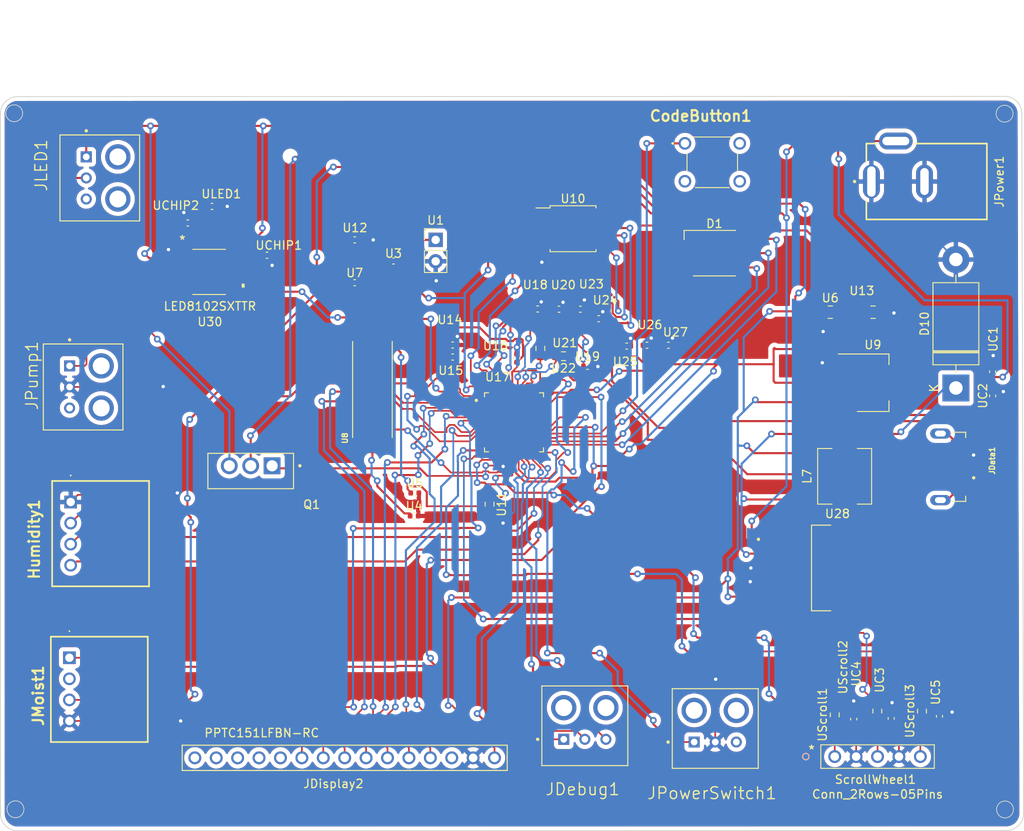
<source format=kicad_pcb>
(kicad_pcb (version 20211014) (generator pcbnew)
  (layers (0 "F.Cu" signal) (31 "B.Cu" signal) (34 "B.Paste" user) (35 "F.Paste" user) (36 "B.SilkS" user "B.Silkscreen") (37 "F.SilkS" user "F.Silkscreen") (38 "B.Mask" user) (39 "F.Mask" user) (44 "Edge.Cuts" user))
  (net 0 "")
  (net 1 "/~{USB_BOOT}")
  (net 2 "/QSPI_SS")
  (net 3 "/XIN")
  (net 4 "VBUS")
  (net 5 "+3V3")
  (net 6 "/QSPI_SD1")
  (net 7 "/QSPI_SD2")
  (net 8 "/QSPI_SD0")
  (net 9 "/QSPI_SCLK")
  (net 10 "/QSPI_SD3")
  (net 11 "/XOUT")
  (net 12 "+1V1")
  (net 13 "Net-(U17-Pad47)")
  (net 14 "Net-(U17-Pad46)")
  (net 23 "Button RP")
  (net 26 "Scroll WG")
  (net 27 "12V")
  (net 28 "Net-(D10-Pad1)")
  (net 29 "Humidity SDA")
  (net 30 "Humidity SCL")
  (net 31 "LED OUT")
  (net 32 "PUMP")
  (net 33 "/SWCLK")
  (net 34 "/SWD")
  (net 35 "/RUN")
  (net 36 "/GPIO8")
  (net 37 "/GPIO9")
  (net 38 "/GPIO10")
  (net 39 "/GPIO11")
  (net 40 "ON{slash}OFF")
  (net 41 "/GPIO23")
  (net 42 "/GPIO24")
  (net 43 "/GPIO25")
  (net 44 "/GPIO26_ADC0")
  (net 45 "/GPIO27_ADC1")
  (net 46 "/GPIO28_ADC2")
  (net 47 "Net-(U11-Pad2)")
  (net 48 "LED CHIP")
  (net 49 "Net-(U30-Pad15)")
  (net 54 "moist sig")
  (net 55 "Wait display")
  (net 56 "RST display")
  (net 57 "Lite Display")
  (net 58 "csn Display")
  (net 59 "sck Display")
  (net 60 "tx Display")
  (net 61 "rx Display")
  (net 62 "Scroll WA")
  (net 63 "Scroll WB")
  (net 66 "unconnected-(JData1-PadSH1)")
  (net 67 "USB DataM")
  (net 68 "USB DP")
  (net 69 "RGB LEDG")
  (net 70 "RGB LEDR")
  (net 71 "RGB LEDB")
  (net 76 "Net-(JPump1-Pad1)")
  (net 77 "GND")
  (net 78 "Net-(ScrollWheel1-Pad1)")
  (net 79 "Net-(ScrollWheel1-Pad3)")
  (net 80 "Net-(ScrollWheel1-Pad5)")
  (footprint "Capacitor_SMD:C_0402_1005Metric" (layer "F.Cu") (at 119.635 90.725)
    (fp_text reference "U20")
    (fp_text value "100n")
  )
  (footprint "Connector_PinHeader_2.54mm:PinHeader_1x02_P2.54mm_Vertical" (layer "F.Cu") (at 105 82.5)
    (fp_text reference "U1")
    (fp_text value "Conn_01x02")
  )
  (footprint "LibraryKicadFolder:TE_1318123-1" (layer "F.Cu") (at 63.45 99.95 -90)
    (fp_text reference "JPump1")
    (fp_text value "B2B-XH-A_LF__SN_")
  )
  (footprint "Resistor_SMD:R_0603_1608Metric" (layer "F.Cu") (at 157.4 138.4 90)
    (fp_text reference "UScroll2")
    (fp_text value "27k")
  )
  (footprint "Capacitor_SMD:C_0402_1005Metric" (layer "F.Cu") (at 159.05 139.275 90)
    (fp_text reference "UC3")
    (fp_text value "100nF")
  )
  (footprint "Capacitor_SMD:C_0402_1005Metric" (layer "F.Cu") (at 164.775 139.025 90)
    (fp_text reference "UC5")
    (fp_text value "100nF")
  )
  (footprint "Resistor_SMD:R_0603_1608Metric" (layer "F.Cu") (at 111.4 113.85 -90)
    (fp_text reference "U11")
    (fp_text value "1k")
  )
  (footprint "Capacitor_SMD:C_0402_1005Metric" (layer "F.Cu") (at 123.02 97.5)
    (fp_text reference "U19")
    (fp_text value "1u")
  )
  (footprint "Capacitor_SMD:C_0402_1005Metric" (layer "F.Cu") (at 102.525 112.525)
    (fp_text reference "U5")
    (fp_text value "27p")
  )
  (footprint "Capacitor_SMD:C_0402_1005Metric" (layer "F.Cu") (at 117.105 90.7)
    (fp_text reference "U18")
    (fp_text value "100n")
  )
  (footprint "First Draft PCB:XTAL_ABLS-12.000MHZ-B4-T" (layer "F.Cu") (at 97.5 100.25 90)
    (fp_text reference "U8")
    (fp_text value "ABLS-12.000MHZ-B4-T")
  )
  (footprint "LibraryKicadFolder:PPTC151LFBN-RC" (layer "F.Cu") (at 76.43 143.95)
    (fp_text reference "JDisplay2")
    (fp_text value "PPTC151LFBN-RC")
  )
  (footprint "LibraryKicadFolder:LED8102SXTTR" (layer "F.Cu") (at 78.125 86.3)
    (fp_text reference "U30")
    (fp_text value "LED8102SXTTR")
  )
  (footprint "LibraryKicadFolder:QFN40P700X700X90-57N" (layer "F.Cu") (at 114.3 104.14)
    (fp_text reference "U17")
    (fp_text value "RP2040")
  )
  (footprint "LibraryKicadFolder:TE_1318123-1" (layer "F.Cu") (at 65.425 75.15 -90)
    (fp_text reference "JLED1")
    (fp_text value "Conn_01x02")
  )
  (footprint "Capacitor_SMD:C_0402_1005Metric" (layer "F.Cu") (at 95.4 87.58)
    (fp_text reference "U7")
    (fp_text value "DNF")
  )
  (footprint "LibraryKicadFolder:PPTC051LFBN-RC" (layer "F.Cu") (at 152.35 143.8)
    (fp_text reference "ScrollWheel1")
    (fp_text value "Conn_2Rows-05Pins")
  )
  (footprint "Capacitor_SMD:C_0402_1005Metric" (layer "F.Cu") (at 75.6 80.495)
    (fp_text reference "UCHIP2")
    (fp_text value "1uF")
  )
  (footprint "Resistor_SMD:R_0603_1608Metric_Pad0.98x0.95mm_HandSolder" (layer "F.Cu") (at 120.175 96.3 180)
    (fp_text reference "U22")
    (fp_text value "27")
  )
  (footprint "Resistor_SMD:R_0603_1608Metric" (layer "F.Cu") (at 162.7 138.4 90)
    (fp_text reference "UScroll3")
    (fp_text value "27k")
  )
  (footprint "LibraryKicadFolder:TE_1318123-1" (layer "F.Cu") (at 138.175 140.2)
    (fp_text reference "JPowerSwitch1")
    (fp_text value "Conn_01x02")
  )
  (footprint "LED_SMD:LED_RGB_5050-6" (layer "F.Cu") (at 138.075 84.075)
    (fp_text reference "D1")
    (fp_text value "SMD-RGB-HI-LIGHT(6P-L5.0*W5.0*H1.5MM)")
  )
  (footprint "Capacitor_SMD:C_0402_1005Metric" (layer "F.Cu") (at 84.995 84.325 180)
    (fp_text reference "UCHIP1")
    (fp_text value "200")
  )
  (footprint "LibraryKicadFolder:TE_1318123-1" (layer "F.Cu") (at 122.7 139.875)
    (fp_text reference "JDebug1")
    (fp_text value "Scroll_Wheel")
  )
  (footprint "Capacitor_SMD:C_0402_1005Metric" (layer "F.Cu") (at 122.175 90.725)
    (fp_text reference "U23")
    (fp_text value "100n")
  )
  (footprint "Capacitor_SMD:C_0805_2012Metric" (layer "F.Cu") (at 156.9 91.075)
    (fp_text reference "U13")
    (fp_text value "10u")
  )
  (footprint "Capacitor_SMD:C_0402_1005Metric" (layer "F.Cu") (at 114.625 96.54 90)
    (fp_text reference "U16")
    (fp_text value "1u")
  )
  (footprint "Capacitor_SMD:C_0402_1005Metric" (layer "F.Cu") (at 124.355 91.85)
    (fp_text reference "U24")
    (fp_text value "100n")
  )
  (footprint "Capacitor_SMD:C_0402_1005Metric" (layer "F.Cu") (at 107.02 96.4)
    (fp_text reference "U15")
    (fp_text value "100n")
  )
  (footprint "RF_project-main:MOLEX_105164-0001" (layer "F.Cu") (at 163.4375 109.425 -90)
    (fp_text reference "JData1")
    (fp_text value "105164-0001")
  )
  (footprint "Resistor_SMD:R_0603_1608Metric_Pad0.98x0.95mm_HandSolder" (layer "F.Cu") (at 117.425 95.375 -90)
    (fp_text reference "U21")
    (fp_text value "27")
  )
  (footprint "Package_TO_SOT_SMD:SOT-223-3_TabPin2" (layer "F.Cu") (at 156.875 99.45)
    (fp_text reference "U9")
    (fp_text value "NCP1117-3.3_SOT223")
  )
  (footprint "Capacitor_SMD:C_0805_2012Metric" (layer "F.Cu") (at 151.82 91.075)
    (fp_text reference "U6")
    (fp_text value "10u")
  )
  (footprint "Diode_THT:D_DO-201AD_P15.24mm_Horizontal" (layer "F.Cu") (at 166.725 100.07 90)
    (fp_text reference "D10")
    (fp_text value "1N5822")
  )
  (footprint "LibraryKicadFolder:5112504020001" (layer "F.Cu") (at 61.7 113.6 -90)
    (fp_text reference "Humidity1")
    (fp_text value "Conn_01x04" hide)
  )
  (footprint "Capacitor_SMD:C_0402_1005Metric" (layer "F.Cu") (at 127.665 95.1)
    (fp_text reference "U25")
    (fp_text value "100n")
  )
  (footprint "Capacitor_SMD:C_0402_1005Metric" (layer "F.Cu") (at 78.47 78.525)
    (fp_text reference "ULED1")
    (fp_text value "47uF")
  )
  (footprint "LibraryKicadFolder:PTS645SL502LFS" (layer "F.Cu") (at 134.575 71.05)
    (fp_text reference "CodeButton1")
    (fp_text value "PTS645SL502LFS" hide)
  )
  (footprint "Capacitor_SMD:C_0402_1005Metric" (layer "F.Cu") (at 130.08 95)
    (fp_text reference "U26")
    (fp_text value "100n")
  )
  (footprint "Capacitor_SMD:C_0402_1005Metric" (layer "F.Cu") (at 102.45 115.25)
    (fp_text reference "U4")
    (fp_text value "27p")
  )
  (footprint "Capacitor_SMD:C_0402_1005Metric" (layer "F.Cu") (at 154.6 139.35 -90)
    (fp_text reference "UC4")
    (fp_text value "100nF")
  )
  (footprint "LibraryKicadFolder:5112504020001" (layer "F.Cu") (at 61.55 132.075 -90)
    (fp_text reference "JMoist1")
    (fp_text value "Moist" hide)
  )
  (footprint "LibraryKicadFolder:VREG_TPS79625KTTR" (layer "F.Cu") (at 156.5 121.425)
    (fp_text reference "U28")
    (fp_text value "LM2595S-5.0")
  )
  (footprint "Capacitor_SMD:C_0402_1005Metric" (layer "F.Cu") (at 132.62 95)
    (fp_text reference "U27")
    (fp_text value "100n")
  )
  (footprint "Capacitor_SMD:C_0402_1005Metric" (layer "F.Cu") (at 171.085 98.14 90)
    (fp_text reference "UC1")
    (fp_text value "220uF")
  )
  (footprint "Capacitor_SMD:C_0402_1005Metric" (layer "F.Cu") (at 100 85)
    (fp_text reference "U3")
    (fp_text value "1k")
  )
  (footprint "Package_SO:SOIC-8_5.23x5.23mm_P1.27mm" (layer "F.Cu") (at 121.3 81.175)
    (fp_text reference "U10")
    (fp_text value "W25Q128JVS")
  )
  (footprint "LibraryKicadFolder:TO254P1016X419X2286-3" (layer "F.Cu") (at 83.06 109.3 180)
    (fp_text reference "Q1")
    (fp_text value "IRFZ44NPBF")
  )
  (footprint "Capacitor_SMD:C_0402_1005Metric" (layer "F.Cu") (at 95.4 82.5)
    (fp_text reference "U12")
    (fp_text value "100n")
  )
  (footprint "Resistor_SMD:R_0603_1608Metric" (layer "F.Cu") (at 152.35 138.85 90)
    (fp_text reference "UScroll1")
    (fp_text value "27k")
  )
  (footprint "Capacitor_SMD:C_0402_1005Metric" (layer "F.Cu") (at 171.085 101.01 90)
    (fp_text reference "UC2")
    (fp_text value "120uF")
  )
  (footprint "RF_project-main:GCT_DCJ250-10-A-XX-X_REVA" (layer "F.Cu") (at 163.25 75.575 90)
    (fp_text reference "JPower1")
    (fp_text value "DCJ250-10-A-XX-X_REVA")
  )
  (footprint "Capacitor_SMD:C_0402_1005Metric" (layer "F.Cu") (at 107.02 94.975)
    (fp_text reference "U14")
    (fp_text value "100n")
  )
  (footprint "Inductor_SMD:L_6.3x6.3_H3" (layer "F.Cu") (at 153.525 110.55 90)
    (fp_text reference "L7")
    (fp_text value "68uH")
  )
  (gr_circle (center 172.55 150.075) (end 173.55 150.075) (layer "Edge.Cuts") (width 0.1) (fill none))
  (gr_circle (center 55 67.475) (end 56 67.475) (layer "Edge.Cuts") (width 0.1) (fill none))
  (gr_line (start 172.825 152.575) (end 55.347899 152.605705) (layer "Edge.Cuts") (width 0.1))
  (gr_circle (center 172.5 67.525) (end 173.5 67.525) (layer "Edge.Cuts") (width 0.1) (fill none))
  (gr_arc (start 174.755705 150.602101) (mid 174.171837 151.961877) (end 172.825 152.575) (layer "Edge.Cuts") (width 0.1))
  (gr_arc (start 55.347899 152.605705) (mid 53.988123 152.021837) (end 53.375 150.675) (layer "Edge.Cuts") (width 0.1))
  (gr_circle (center 55.15 150.05) (end 56.15 150.05) (layer "Edge.Cuts") (width 0.1) (fill none))
  (gr_arc (start 53.366132 67.4) (mid 53.952486 66.118174) (end 55.225 65.511877) (layer "Edge.Cuts") (width 0.1))
  (gr_line (start 55.225 65.511877) (end 172.575 65.475) (layer "Edge.Cuts") (width 0.1))
  (gr_line (start 53.375 150.675) (end 53.366132 67.4) (layer "Edge.Cuts") (width 0.1))
  (gr_arc (start 172.575 65.475) (mid 173.934776 66.058868) (end 174.547899 67.405705) (layer "Edge.Cuts") (width 0.1))
  (gr_line (start 174.547899 67.405705) (end 174.755705 150.602101) (layer "Edge.Cuts") (width 0.1))
  (segment (start 102.98 82.5) (end 100.48 85) (width 0.25) (layer "F.Cu") (net 1))
  (segment (start 105 82.5) (end 102.98 82.5) (width 0.25) (layer "F.Cu") (net 1))
  (segment (start 103.912391 89.4) (end 104.175 89.4) (width 0.25) (layer "F.Cu") (net 2))
  (segment (start 100.795 87.58) (end 101.443696 86.931304) (width 0.25) (layer "F.Cu") (net 2))
  (segment (start 115.85 79.175) (end 111.225 83.8) (width 0.25) (layer "F.Cu") (net 2))
  (segment (start 99.52 85) (end 99.52 85.007609) (width 0.25) (layer "F.Cu") (net 2))
  (segment (start 101.443696 86.931304) (end 103.912391 89.4) (width 0.25) (layer "F.Cu") (net 2))
  (segment (start 110.8445 99.8745) (end 111.675 100.705) (width 0.2) (layer "F.Cu") (net 2))
  (segment (start 117.7 79.27) (end 115.945 79.27) (width 0.25) (layer "F.Cu") (net 2))
  (segment (start 108.625 100.3) (end 109.0505 99.8745) (width 0.2) (layer "F.Cu") (net 2))
  (segment (start 115.945 79.27) (end 115.85 79.175) (width 0.25) (layer "F.Cu") (net 2))
  (segment (start 99.52 85.007609) (end 101.443696 86.931304) (width 0.25) (layer "F.Cu") (net 2))
  (segment (start 95.88 87.58) (end 100.795 87.58) (width 0.25) (layer "F.Cu") (net 2))
  (segment (start 109.0505 99.8745) (end 110.8445 99.8745) (width 0.2) (layer "F.Cu") (net 2))
  (segment (start 111.225 83.8) (end 111.225 86.075) (width 0.25) (layer "F.Cu") (net 2))
  (via (at 111.225 86.075) (size 0.8) (drill 0.4) (layers "F.Cu" "B.Cu") (net 2))
  (via (at 104.175 89.4) (size 0.8) (drill 0.4) (layers "F.Cu" "B.Cu") (net 2))
  (via (at 108.625 100.3) (size 0.8) (drill 0.4) (layers "F.Cu" "B.Cu") (net 2))
  (segment (start 108.398732 89.4) (end 108.449366 89.349366) (width 0.25) (layer "B.Cu") (net 2))
  (segment (start 104.175 89.4) (end 108.398732 89.4) (width 0.25) (layer "B.Cu") (net 2))
  (segment (start 108.449366 88.850634) (end 111.225 86.075) (width 0.25) (layer "B.Cu") (net 2))
  (segment (start 108.625 100.3) (end 108.449366 100.124366) (width 0.25) (layer "B.Cu") (net 2))
  (segment (start 108.449366 89.349366) (end 108.449366 88.850634) (width 0.25) (layer "B.Cu") (net 2))
  (segment (start 108.449366 100.124366) (end 108.449366 89.349366) (width 0.25) (layer "B.Cu") (net 2))
  (segment (start 97.5 105) (end 97.5 108.55) (width 0.25) (layer "F.Cu") (net 3))
  (segment (start 113.695 107.58) (end 113.7 107.575) (width 0.2) (layer "F.Cu") (net 3))
  (segment (start 106.812 110.1) (end 110.513225 110.1) (width 0.2) (layer "F.Cu") (net 3))
  (segment (start 111.351237 110.1) (end 112.275 110.1) (width 0.2) (layer "F.Cu") (net 3))
  (segment (start 105.912 109.2) (end 105.6375 108.9255) (width 0.25) (layer "F.Cu") (net 3))
  (segment (start 110.513225 110.1) (end 110.662992 109.950233) (width 0.2) (layer "F.Cu") (net 3))
  (segment (start 97.5 105) (end 101.55 105) (width 0.25) (layer "F.Cu") (net 3))
  (segment (start 112.70583 110.05) (end 113.4 110.05) (width 0.2) (layer "F.Cu") (net 3))
  (segment (start 113 110.025) (end 113.025 110.05) (width 0.2) (layer "F.Cu") (net 3))
  (segment (start 110.662992 109.950233) (end 111.20147 109.950233) (width 0.2) (layer "F.Cu") (net 3))
  (segment (start 98.075 111.075) (end 98.075 111.725) (width 0.25) (layer "F.Cu") (net 3))
  (segment (start 113.695 110.05) (end 113.695 107.58) (width 0.2) (layer "F.Cu") (net 3))
  (segment (start 98.075 111.725) (end 101.3 114.95) (width 0.25) (layer "F.Cu") (net 3))
  (segment (start 101.55 105) (end 101.6875 105.1375) (width 0.25) (layer "F.Cu") (net 3))
  (segment (start 113.025 110.05) (end 113.4 110.05) (width 0.2) (layer "F.Cu") (net 3))
  (segment (start 111.20147 109.950233) (end 111.351237 110.1) (width 0.2) (layer "F.Cu") (net 3))
  (segment (start 112.35 110.025) (end 113 110.025) (width 0.2) (layer "F.Cu") (net 3))
  (segment (start 105.912 109.2) (end 106.812 110.1) (width 0.2) (layer "F.Cu") (net 3))
  (segment (start 97.5 108.55) (end 97.4 108.65) (width 0.25) (layer "F.Cu") (net 3))
  (segment (start 113.4 110.05) (end 113.695 110.05) (width 0.2) (layer "F.Cu") (net 3))
  (segment (start 112.275 110.1) (end 112.35 110.025) (width 0.2) (layer "F.Cu") (net 3))
  (segment (start 101.3 114.95) (end 101.955 114.95) (width 0.25) (layer "F.Cu") (net 3))
  (via (at 105.6375 108.9255) (size 0.8) (drill 0.4) (layers "F.Cu" "B.Cu") (net 3))
  (via (at 101.6875 105.1375) (size 0.8) (drill 0.4) (layers "F.Cu" "B.Cu") (net 3))
  (via (at 97.4 108.65) (size 0.8) (drill 0.4) (layers "F.Cu" "B.Cu") (net 3))
  (via (at 98.075 111.075) (size 0.8) (drill 0.4) (layers "F.Cu" "B.Cu") (net 3))
  (segment (start 101.6875 105.1375) (end 105.75 109.2) (width 0.25) (layer "B.Cu") (net 3))
  (segment (start 97.4 110.4) (end 98.075 111.075) (width 0.2) (layer "B.Cu") (net 3))
  (segment (start 97.4 108.65) (end 97.4 110.4) (width 0.25) (layer "B.Cu") (net 3))
  (segment (start 151.5 101.75) (end 153.725 101.75) (width 0.25) (layer "F.Cu") (net 4))
  (segment (start 153.025 103.275) (end 171.05 103.275) (width 0.25) (layer "F.Cu") (net 4))
  (segment (start 83.6875 82.2875) (end 84.45 81.525) (width 0.25) (layer "F.Cu") (net 4))
  (segment (start 145.9 124.825) (end 139.7 124.825) (width 0.25) (layer "F.Cu") (net 4))
  (segment (start 71.024999 84.674999) (end 70.475 84.125) (width 0.25) (layer "F.Cu") (net 4))
  (segment (start 71.175 68.975) (end 84.55 68.975) (width 0.25) (layer "F.Cu") (net 4))
  (segment (start 171.085 103.24) (end 171.085 101.49) (width 0.25) (layer "F.Cu") (net 4))
  (segment (start 142.925 101.475) (end 143.2 101.75) (width 0.25) (layer "F.Cu") (net 4))
  (segment (start 139.7 124.825) (end 139.675 124.85) (width 0.25) (layer "F.Cu") (net 4))
  (segment (start 106.955 137.75) (end 111.99 142.785) (width 0.2) (layer "F.Cu") (net 4))
  (segment (start 131.55 78.2) (end 148.175 78.2) (width 0.25) (layer "F.Cu") (net 4))
  (segment (start 76.08 80.495) (end 78.07 80.495) (width 0.25) (layer "F.Cu") (net 4))
  (segment (start 150.77 90.975) (end 150.87 91.075) (width 0.25) (layer "F.Cu") (net 4))
  (segment (start 65.05 68.975) (end 71.175 68.975) (width 0.25) (layer "F.Cu") (net 4))
  (segment (start 151.5 101.75) (end 153.025 103.275) (width 0.25) (layer "F.Cu") (net 4))
  (segment (start 148.175 78.2) (end 148.85 78.875) (width 0.25) (layer "F.Cu") (net 4))
  (segment (start 142.8 107.8) (end 141.925 106.925) (width 0.25) (layer "F.Cu") (net 4))
  (segment (start 82.65 83.875) (end 82.499999 84.025001) (width 0.2) (layer "F.Cu") (net 4))
  (segment (start 106.875 124.925) (end 137.45 124.925) (width 0.25) (layer "F.Cu") (net 4))
  (segment (start 78.07 80.495) (end 81.895 80.495) (width 0.25) (layer "F.Cu") (net 4))
  (segment (start 84.45 81.525) (end 84.45 81.1) (width 0.25) (layer "F.Cu") (net 4))
  (segment (start 147.675 90.975) (end 150.77 90.975) (width 0.25) (layer "F.Cu") (net 4))
  (segment (start 143.2 101.75) (end 151.5 101.75) (width 0.25) (layer "F.Cu") (net 4))
  (segment (start 144.625 90.975) (end 147.675 90.975) (width 0.25) (layer "F.Cu") (net 4))
  (segment (start 63.55 72.65) (end 63.55 70.475) (width 0.25) (layer "F.Cu") (net 4))
  (segment (start 106.955 137.75) (end 106.5 137.75) (width 0.2) (layer "F.Cu") (net 4))
  (segment (start 83.6875 82.2875) (end 82.65 83.325) (width 0.2) (layer "F.Cu") (net 4))
  (segment (start 153.525 107.8) (end 142.8 107.8) (width 0.25) (layer "F.Cu") (net 4))
  (segment (start 148.075 88.8) (end 147.675 89.2) (width 0.25) (layer "F.Cu") (net 4))
  (segment (start 111.99 142.785) (end 111.99 143.95) (width 0.2) (layer "F.Cu") (net 4))
  (segment (start 81.895 80.495) (end 83.6875 82.2875) (width 0.25) (layer "F.Cu") (net 4))
  (segment (start 77.99 80.415) (end 78.07 80.495) (width 0.25) (layer "F.Cu") (net 4))
  (segment (start 72.100001 84.674999) (end 75.204 84.674999) (width 0.2) (layer "F.Cu") (net 4))
  (segment (start 171.05 103.275) (end 171.085 103.24) (width 0.25) (layer "F.Cu") (net 4))
  (segment (start 122.325 68.975) (end 131.55 78.2) (width 0.25) (layer "F.Cu") (net 4))
  (segment (start 77.99 78.525) (end 77.99 80.415) (width 0.25) (layer "F.Cu") (net 4))
  (segment (start 137.45 124.925) (end 139.675 122.7) (width 0.25) (layer "F.Cu") (net 4))
  (segment (start 72.100001 84.674999) (end 71.024999 84.674999) (width 0.25) (layer "F.Cu") (net 4))
  (segment (start 82.499999 84.025001) (end 81.046 84.025001) (width 0.2) (layer "F.Cu") (net 4))
  (segment (start 63.55 70.475) (end 65.05 68.975) (width 0.25) (layer "F.Cu") (net 4))
  (segment (start 84.55 68.975) (end 122.325 68.975) (width 0.25) (layer "F.Cu") (net 4))
  (segment (start 147.675 89.2) (end 147.675 90.975) (width 0.25) (layer "F.Cu") (net 4))
  (segment (start 82.65 83.325) (end 82.65 83.875) (width 0.2) (layer "F.Cu") (net 4))
  (via (at 148.85 78.875) (size 0.8) (drill 0.4) (layers "F.Cu" "B.Cu") (net 4))
  (via (at 84.45 81.1) (size 0.8) (drill 0.4) (layers "F.Cu" "B.Cu") (net 4))
  (via (at 106.875 124.925) (size 0.8) (drill 0.4) (layers "F.Cu" "B.Cu") (net 4))
  (via (at 142.925 101.475) (size 0.8) (drill 0.4) (layers "F.Cu" "B.Cu") (net 4))
  (via (at 106.5 137.75) (size 0.8) (drill 0.4) (layers "F.Cu" "B.Cu") (net 4))
  (via (at 139.675 124.85) (size 0.8) (drill 0.4) (layers "F.Cu" "B.Cu") (net 4))
  (via (at 71.175 68.975) (size 0.8) (drill 0.4) (layers "F.Cu" "B.Cu") (net 4))
  (via (at 148.075 88.8) (size 0.8) (drill 0.4) (layers "F.Cu" "B.Cu") (net 4))
  (via (at 84.55 68.975) (size 0.8) (drill 0.4) (layers "F.Cu" "B.Cu") (net 4))
  (via (at 144.625 90.975) (size 0.8) (drill 0.4) (layers "F.Cu" "B.Cu") (net 4))
  (via (at 139.675 122.7) (size 0.8) (drill 0.4) (layers "F.Cu" "B.Cu") (net 4))
  (via (at 70.475 84.125) (size 0.8) (drill 0.4) (layers "F.Cu" "B.Cu") (net 4))
  (via (at 141.925 106.925) (size 0.8) (drill 0.4) (layers "F.Cu" "B.Cu") (net 4))
  (segment (start 148.85 88.025) (end 148.075 88.8) (width 0.25) (layer "B.Cu") (net 4))
  (segment (start 106.5 125.3) (end 106.875 124.925) (width 0.25) (layer "B.Cu") (net 4))
  (segment (start 84.45 69.075) (end 84.55 68.975) (width 0.25) (layer "B.Cu") (net 4))
  (segment (start 139.675 124.85) (end 139.675 122.7) (width 0.25) (layer "B.Cu") (net 4))
  (segment (start 140.85 103.55) (end 141.55 102.85) (width 0.25) (layer "B.Cu") (net 4))
  (segment (start 70.475 84.125) (end 71.175 83.425) (width 0.25) (layer "B.Cu") (net 4))
  (segment (start 71.175 83.425) (end 71.175 68.975) (width 0.25) (layer "B.Cu") (net 4))
  (segment (start 84.45 81.1) (end 84.45 69.075) (width 0.25) (layer "B.Cu") (net 4))
  (segment (start 140.975 106.85) (end 140.85 106.85) (width 0.25) (layer "B.Cu") (net 4))
  (segment (start 141.55 102.85) (end 142.925 101.475) (width 0.25) (layer "B.Cu") (net 4))
  (segment (start 148.85 78.875) (end 148.85 88.025) (width 0.25) (layer "B.Cu") (net 4))
  (segment (start 141.55 102.85) (end 141.55 94.05) (width 0.25) (layer "B.Cu") (net 4))
  (segment (start 141.55 94.05) (end 144.625 90.975) (width 0.25) (layer "B.Cu") (net 4))
  (segment (start 141.05 106.925) (end 140.975 106.85) (width 0.25) (layer "B.Cu") (net 4))
  (segment (start 139.675 120.3) (end 140.85 119.125) (width 0.25) (layer "B.Cu") (net 4))
  (segment (start 106.5 137.75) (end 106.5 125.3) (width 0.25) (layer "B.Cu") (net 4))
  (segment (start 141.925 106.925) (end 141.05 106.925) (width 0.25) (layer "B.Cu") (net 4))
  (segment (start 140.85 106.85) (end 140.85 103.55) (width 0.25) (layer "B.Cu") (net 4))
  (segment (start 139.675 122.7) (end 139.675 120.3) (width 0.25) (layer "B.Cu") (net 4))
  (segment (start 140.85 119.125) (end 140.85 106.85) (width 0.25) (layer "B.Cu") (net 4))
  (segment (start 114.7445 99.7805) (end 114.7445 100.5495) (width 0.2) (layer "F.Cu") (net 5))
  (segment (start 130.475 97.25) (end 130.475 97.75) (width 0.25) (layer "F.Cu") (net 5))
  (segment (start 63.175 115.25) (end 62.55 115.25) (width 0.2) (layer "F.Cu") (net 5))
  (segment (start 84.3 101.05) (end 87.8 101.05) (width 0.25) (layer "F.Cu") (net 5))
  (segment (start 63 137.1) (end 75.75 137.1) (width 0.25) (layer "F.Cu") (net 5))
  (segment (start 119.35 93.375) (end 118.875 93.375) (width 0.2) (layer "F.Cu") (net 5))
  (segment (start 155.95 89.2) (end 155.95 91.075) (width 0.25) (layer "F.Cu") (net 5))
  (segment (start 116.2 94.2) (end 116.025 94.2) (width 0.25) (layer "F.Cu") (net 5))
  (segment (start 125.37 78.8) (end 124.9 79.27) (width 0.25) (layer "F.Cu") (net 5))
  (segment (start 127.25 78.8) (end 128.25 79.8) (width 0.25) (layer "F.Cu") (net 5))
  (segment (start 62.975 137.075) (end 61.55 137.075) (width 0.2) (layer "F.Cu") (net 5))
  (segment (start 91.595 87.58) (end 94.92 87.58) (width 0.25) (layer "F.Cu") (net 5))
  (segment (start 160.025 99.45) (end 153.725 99.45) (width 0.25) (layer "F.Cu") (net 5))
  (segment (start 106.625 98.95) (end 107.9 100.225) (width 0.2) (layer "F.Cu") (net 5))
  (segment (start 90.9 85.775) (end 90.9 84.55) (width 0.25) (layer "F.Cu") (net 5))
  (segment (start 121.695 93.195) (end 121.875 93.375) (width 0.2) (layer "F.Cu") (net 5))
  (segment (start 119.225 111.175) (end 115.55 111.175) (width 0.25) (layer "F.Cu") (net 5))
  (segment (start 127.25 78.8) (end 125.37 78.8) (width 0.25) (layer "F.Cu") (net 5))
  (segment (start 130.2 98.025) (end 127.025 98.025) (width 0.25) (layer "F.Cu") (net 5))
  (segment (start 101.65 101.05) (end 102.775 101.05) (width 0.2) (layer "F.Cu") (net 5))
  (segment (start 155.95 89.2) (end 155.95 91.35) (width 0.25) (layer "F.Cu") (net 5))
  (segment (start 90.875 88.3) (end 91.2375 87.9375) (width 0.25) (layer "F.Cu") (net 5))
  (segment (start 118.11 101.515) (end 117.735 101.515) (width 0.25) (layer "F.Cu") (net 5))
  (segment (start 119.186396 104.725) (end 118.802396 105.109) (width 0.2) (layer "F.Cu") (net 5))
  (segment (start 119 100.625) (end 117.525 100.625) (width 0.25) (layer "F.Cu") (net 5))
  (segment (start 155.95 91.35) (end 151.85 95.45) (width 0.25) (layer "F.Cu") (net 5))
  (segment (start 107.9 100.600305) (end 108.324695 101.025) (width 0.2) (layer "F.Cu") (net 5))
  (segment (start 81.4375 98.1875) (end 84.3 101.05) (width 0.25) (layer "F.Cu") (net 5))
  (segment (start 122.54 96.69) (end 122.5 96.65) (width 0.25) (layer "F.Cu") (net 5))
  (segment (start 151.85 95.45) (end 145.325 95.45) (width 0.25) (layer "F.Cu") (net 5))
  (segment (start 123.875 92.925) (end 123.875 93.325) (width 0.2) (layer "F.Cu") (net 5))
  (segment (start 130.475 97.75) (end 130.2 98.025) (width 0.25) (layer "F.Cu") (net 5))
  (segment (start 103.675 104.575) (end 105.5 106.4) (width 0.2) (layer "F.Cu") (net 5))
  (segment (start 123.925 93.375) (end 122.8 93.375) (width 0.2) (layer "F.Cu") (net 5))
  (segment (start 143.825305 81.375) (end 149 81.375) (width 0.25) (layer "F.Cu") (net 5))
  (segment (start 89.325 99.525) (end 102 99.525) (width 0.25) (layer "F.Cu") (net 5))
  (segment (start 75.825 103.8) (end 81.4375 98.1875) (width 0.25) (layer "F.Cu") (net 5))
  (segment (start 123.6 109.475) (end 123.6 110.4) (width 0.25) (layer "F.Cu") (net 5))
  (segment (start 145.3 99.45) (end 153.725 99.45) (width 0.25) (layer "F.Cu") (net 5))
  (segment (start 145.1 97.25) (end 138.4 97.25) (width 0.25) (layer "F.Cu") (net 5))
  (segment (start 121.695 90.725) (end 121.695 93.195) (width 0.2) (layer "F.Cu") (net 5))
  (segment (start 123.6 110.4) (end 122.825 110.4) (width 0.25) (layer "F.Cu") (net 5))
  (segment (start 116.58 100.625) (end 116.525 100.68) (width 0.25) (layer "F.Cu") (net 5))
  (segment (start 116.225 94) (end 116.025 94.2) (width 0.2) (layer "F.Cu") (net 5))
  (segment (start 91.645 85.775) (end 90.9 85.775) (width 0.25) (layer "F.Cu") (net 5))
  (segment (start 121.95 93.375) (end 121.875 93.375) (width 0.2) (layer "F.Cu") (net 5))
  (segment (start 132.025 97.25) (end 130.475 97.25) (width 0.25) (layer "F.Cu") (net 5))
  (segment (start 125.85 109.325) (end 123.75 109.325) (width 0.25) (layer "F.Cu") (net 5))
  (segment (start 143.250305 80.8) (end 143.825305 81.375) (width 0.25) (layer "F.Cu") (net 5))
  (segment (start 121.875 93.375) (end 119.35 93.375) (width 0.2) (layer "F.Cu") (net 5))
  (segment (start 127.849769 107.325231) (end 125.9 109.275) (width 0.25) (layer "F.Cu") (net 5))
  (segment (start 138.4 97.25) (end 132.025 97.25) (width 0.25) (layer "F.Cu") (net 5))
  (segment (start 129.8 97.25) (end 129.475 96.925) (width 0.25) (layer "F.Cu") (net 5))
  (segment (start 132.14 95) (end 132.14 97.135) (width 0.25) (layer "F.Cu") (net 5))
  (segment (start 63 137.1) (end 62.975 137.075) (width 0.2) (layer "F.Cu") (net 5))
  (segment (start 74.35 115.25) (end 74.5 115.1) (width 0.25) (layer "F.Cu") (net 5))
  (segment (start 107.9 100.225) (end 107.9 100.600305) (width 0.2) (layer "F.Cu") (net 5))
  (segment (start 124.119137 100.287963) (end 121.062037 100.287963) (width 0.25) (layer "F.Cu") (net 5))
  (segment (start 127.185 96.31) (end 127.225 96.35) (width 0.25) (layer "F.Cu") (net 5))
  (segment (start 119.675 110.725) (end 119.225 111.175) (width 0.25) (layer "F.Cu") (net 5))
  (segment (start 117.525 100.625) (end 116.98 100.625) (width 0.25) (layer "F.Cu") (net 5))
  (segment (start 105.05 98.95) (end 106.625 98.95) (width 0.2) (layer "F.Cu") (net 5))
  (segment (start 125.9 109.275) (end 125.85 109.325) (width 0.25) (layer "F.Cu") (net 5))
  (segment (start 123.75 109.325) (end 123.6 109.475) (width 0.25) (layer "F.Cu") (net 5))
  (segment (start 91.2375 87.9375) (end 91.595 87.58) (width 0.25) (layer "F.Cu") (net 5))
  (segment (start 145.1 99.25) (end 145.3 99.45) (width 0.25) (layer "F.Cu") (net 5))
  (segment (start 149 81.375) (end 150.95 83.325) (width 0.25) (layer "F.Cu") (net 5))
  (segment (start 116.49 92.1) (end 116.49 92.915) (width 0.2) (layer "F.Cu") (net 5))
  (segment (start 127.975374 107.325231) (end 127.849769 107.325231) (width 0.25) (layer "F.Cu") (net 5))
  (segment (start 124.25 93.375) (end 123.925 93.375) (width 0.2) (layer "F.Cu") (net 5))
  (segment (start 123.925 104.725) (end 119.186396 104.725) (width 0.2) (layer "F.Cu") (net 5))
  (segment (start 121.062037 100.287963) (end 120.725 100.625) (width 0.25) (layer "F.Cu") (net 5))
  (segment (start 145.1 95.425) (end 145.1 97.25) (width 0.25) (layer "F.Cu") (net 5))
  (segment (start 102.575 100.1) (end 102.575 100.85) (width 0.25) (layer "F.Cu") (net 5))
  (segment (start 74.5 115.1) (end 75 114.6) (width 0.25) (layer "F.Cu") (net 5))
  (segment (start 103.575 100.425) (end 105.05 98.95) (width 0.2) (layer "F.Cu") (net 5))
  (segment (start 145.2 95.325) (end 145.1 95.425) (width 0.25) (layer "F.Cu") (net 5))
  (segment (start 87.8 101.05) (end 89.325 99.525) (width 0.25) (layer "F.Cu") (net 5))
  (segment (start 110.3 105.15) (end 110.855 105.15) (width 0.2) (layer "F.Cu") (net 5))
  (segment (start 116.98 100.625) (end 116.9 100.705) (width 0.25) (layer "F.Cu") (net 5))
  (segment (start 62.55 115.25) (end 61.7 116.1) (width 0.2) (layer "F.Cu") (net 5))
  (segment (start 128.25 79.8) (end 129.25 80.8) (width 0.25) (layer "F.Cu") (net 5))
  (segment (start 114.5 110.125) (end 114.5 107.575) (width 0.2) (layer "F.Cu") (net 5))
  (segment (start 123.875 91.85) (end 123.875 92.925) (width 0.25) (layer "F.Cu") (net 5))
  (segment (start 91.2375 87.9375) (end 90.9 87.6) (width 0.25) (layer "F.Cu") (net 5))
  (segment (start 116.49 90.835) (end 116.625 90.7) (width 0.25) (layer "F.Cu") (net 5))
  (segment (start 103.4 100.425) (end 103.575 100.425) (width 0.25) (layer "F.Cu") (net 5))
  (segment (start 63.175 115.25) (end 74.35 115.25) (width 0.25) (layer "F.Cu") (net 5))
  (segment (start 150.95 86.8) (end 153.35 89.2) (width 0.25) (layer "F.Cu") (net 5))
  (segment (start 153.35 89.2) (end 155.95 89.2) (width 0.25) (layer "F.Cu") (net 5))
  (segment (start 75.55 114.05) (end 75.55 113.15) (width 0.25) (layer "F.Cu") (net 5))
  (segment (start 114.7445 98.7495) (end 114.7445 99.7805) (width 0.2) (layer "F.Cu") (net 5))
  (segment (start 126.175 96.35) (end 124.425 94.6) (width 0.2) (layer "F.Cu") (net 5))
  (segment (start 75.75 137.1) (end 76.45 136.4) (width 0.25) (layer "F.Cu") (net 5))
  (segment (start 103.15 104.575) (end 103.675 104.575) (width 0.2) (layer "F.Cu") (net 5))
  (segment (start 116.225 94.175) (end 116.2 94.2) (width 0.25) (layer "F.Cu") (net 5))
  (segment (start 116.49 92.915) (end 116.525 92.95) (width 0.2) (layer "F.Cu") (net 5))
  (segment (start 120.725 100.625) (end 119 100.625) (width 0.25) (layer "F.Cu") (net 5))
  (segment (start 124.425 93.55) (end 124.25 93.375) (width 0.2) (layer "F.Cu") (net 5))
  (segment (start 90.875 88.75) (end 90.875 88.3) (width 0.25) (layer "F.Cu") (net 5))
  (segment (start 127.185 95.1) (end 127.185 96.31) (width 0.25) (layer "F.Cu") (net 5))
  (segment (start 119.155 93.095) (end 118.875 93.375) (width 0.2) (layer "F.Cu") (net 5))
  (segment (start 110.375 101.025) (end 110.865 101.515) (width 0.2) (layer "F.Cu") (net 5))
  (segment (start 145.325 95.45) (end 145.2 95.325) (width 0.25) (layer "F.Cu") (net 5))
  (segment (start 122.8 93.375) (end 121.95 93.375) (width 0.2) (layer "F.Cu") (net 5))
  (segment (start 128.9 96.35) (end 127.225 96.35) (width 0.25) (layer "F.Cu") (net 5))
  (segment (start 92.875 73.85) (end 122.3 73.85) (width 0.25) (layer "F.Cu") (net 5))
  (segment (start 108.324695 101.025) (end 110.375 101.025) (width 0.2) (layer "F.Cu") (net 5))
  (segment (start 102 99.525) (end 102.575 100.1) (width 0.25) (layer "F.Cu") (net 5))
  (segment (start 122.3 73.85) (end 127.25 78.8) (width 0.25) (layer "F.Cu") (net 5))
  (segment (start 75.95 116) (end 75.95 115.4) (width 0.25) (layer "F.Cu") (net 5))
  (segment (start 115.55 111.175) (end 114.6 110.225) (width 0.25) (layer "F.Cu") (net 5))
  (segment (start 116.525 92.95) (end 116.225 92.95) (width 0.2) (layer "F.Cu") (net 5))
  (segment (start 118.875 93.375) (end 118.075 93.375) (width 0.2) (layer "F.Cu") (net 5))
  (segment (start 75.95 115.4) (end 75.15 114.6) (width 0.25) (layer "F.Cu") (net 5))
  (segment (start 75.15 114.6) (end 75 114.6) (width 0.25) (layer "F.Cu") (net 5))
  (segment (start 116.525 100.68) (end 116.525 100.705) (width 0.25) (layer "F.Cu") (net 5))
  (segment (start 102.75 104.975) (end 103.15 104.575) (width 0.2) (layer "F.Cu") (net 5))
  (segment (start 114.7445 100.5495) (end 114.9 100.705) (width 0.2) (layer "F.Cu") (net 5))
  (segment (start 105.5 106.4) (end 109.05 106.4) (width 0.2) (layer "F.Cu") (net 5))
  (segment (start 129.475 96.925) (end 128.9 96.35) (width 0.25) (layer "F.Cu") (net 5))
  (segment (start 129.6 96.8) (end 129.475 96.925) (width 0.2) (layer "F.Cu") (net 5))
  (segment (start 127.025 98.025) (end 126.85 98.025) (width 0.25) (layer "F.Cu") (net 5))
  (segment (start 114.7445 99.7805) (end 114.7445 100.4605) (width 0.2) (layer "F.Cu") (net 5))
  (segment (start 122.54 97.5) (end 122.54 96.69) (width 0.25) (layer "F.Cu") (net 5))
  (segment (start 129.6 95) (end 129.6 96.8) (width 0.2) (layer "F.Cu") (net 5))
  (segment (start 145.1 97.25) (end 145.1 99.25) (width 0.25) (layer "F.Cu") (net 5))
  (segment (start 123.875 92.925) (end 123.875 93.115) (width 0.25) (layer "F.Cu") (net 5))
  (segment (start 114.6 110.225) (end 114.5 110.125) (width 0.2) (layer "F.Cu") (net 5))
  (segment (start 109.05 106.4) (end 110.3 105.15) (width 0.2) (layer "F.Cu") (net 5))
  (segment (start 114.7445 100.4605) (end 114.5 100.705) (width 0.2) (layer "F.Cu") (net 5))
  (segment (start 118.075 93.375) (end 117.625 92.925) (width 0.2) (layer "F.Cu") (net 5))
  (segment (start 129.25 80.8) (end 143.250305 80.8) (width 0.25) (layer "F.Cu") (net 5))
  (segment (start 116.225 92.95) (end 116.225 94) (width 0.2) (layer "F.Cu") (net 5))
  (segment (start 119 100.625) (end 118.11 101.515) (width 0.25) (layer "F.Cu") (net 5))
  (segment (start 102.775 101.05) (end 103.4 100.425) (width 0.2) (layer "F.Cu") (net 5))
  (segment (start 110.855 105.15) (end 110.865 105.14) (width 0.2) (layer "F.Cu") (net 5))
  (segment (start 126.85 98.025) (end 126.775 98.1) (width 0.25) (layer "F.Cu") (net 5))
  (segment (start 117.766 105.109) (end 117.735 105.14) (width 0.2) (layer "F.Cu") (net 5))
  (segment (start 137.975 97.675) (end 137.975 98.075) (width 0.25) (layer "F.Cu") (net 5))
  (segment (start 117.525 100.625) (end 116.58 100.625) (width 0.25) (layer "F.Cu") (net 5))
  (segment (start 75 114.6) (end 75.55 114.05) (width 0.25) (layer "F.Cu") (net 5))
  (segment (start 150.95 83.325) (end 150.95 86.8) (width 0.25) (layer "F.Cu") (net 5))
  (segment (start 122.5 110.725) (end 119.675 110.725) (width 0.25) (layer "F.Cu") (net 5))
  (segment (start 122.8 94.225) (end 121.95 93.375) (width 0.2) (layer "F.Cu") (net 5))
  (segment (start 122.8 94.6) (end 122.8 94.225) (width 0.2) (layer "F.Cu") (net 5))
  (segment (start 138.4 97.25) (end 137.975 97.675) (width 0.25) (layer "F.Cu") (net 5))
  (segment (start 81.4375 98.1875) (end 90.875 88.75) (width 0.25) (layer "F.Cu") (net 5))
  (segment (start 127.225 96.35) (end 126.175 96.35) (width 0.25) (layer "F.Cu") (net 5))
  (segment (start 90.9 87.6) (end 90.9 85.775) (width 0.25) (layer "F.Cu") (net 5))
  (segment (start 102.575 100.85) (end 102.775 101.05) (width 0.25) (layer "F.Cu") (net 5))
  (segment (start 116.49 92.1) (end 116.49 90.835) (width 0.25) (layer "F.Cu") (net 5))
  (segment (start 117.6 92.95) (end 116.525 92.95) (width 0.2) (layer "F.Cu") (net 5))
  (segment (start 122.825 110.4) (end 122.5 110.725) (width 0.25) (layer "F.Cu") (net 5))
  (segment (start 94.92 82.5) (end 91.645 85.775) (width 0.25) (layer "F.Cu") (net 5))
  (segment (start 118.802396 105.109) (end 117.766 105.109) (width 0.2) (layer "F.Cu") (net 5))
  (segment (start 119.155 90.725) (end 119.155 93.095) (width 0.2) (layer "F.Cu") (net 5))
  (segment (start 124.425 94.6) (end 124.425 93.55) (width 0.2) (layer "F.Cu") (net 5))
  (segment (start 123.875 93.325) (end 123.925 93.375) (width 0.2) (layer "F.Cu") (net 5))
  (segment (start 130.475 97.25) (end 129.8 97.25) (width 0.25) (layer "F.Cu") (net 5))
  (via (at 126.775 98.1) (size 0.8) (drill 0.4) (layers "F.Cu" "B.Cu") (net 5))
  (via (at 114.7445 98.7495) (size 0.8) (drill 0.4) (layers "F.Cu" "B.Cu") (net 5))
  (via (at 123.75 109.325) (size 0.8) (drill 0.4) (layers "F.Cu" "B.Cu") (net 5))
  (via (at 116.025 94.2) (size 0.8) (drill 0.4) (layers "F.Cu" "B.Cu") (net 5))
  (via (at 75.825 103.8) (size 0.8) (drill 0.4) (layers "F.Cu" "B.Cu") (net 5))
  (via (at 101.65 101.05) (size 0.8) (drill 0.4) (layers "F.Cu" "B.Cu") (net 5))
  (via (at 122.5 96.65) (size 0.8) (drill 0.4) (layers "F.Cu" "B.Cu") (net 5))
  (via (at 92.875 73.85) (size 0.8) (drill 0.4) (layers "F.Cu" "B.Cu") (net 5))
  (via (at 90.9 84.55) (size 0.8) (drill 0.4) (layers "F.Cu" "B.Cu") (net 5))
  (via (at 123.925 104.725) (size 0.8) (drill 0.4) (layers "F.Cu" "B.Cu") (net 5))
  (via (at 76.45 136.4) (size 0.8) (drill 0.4) (layers "F.Cu" "B.Cu") (net 5))
  (via (at 122.8 94.6) (size 0.8) (drill 0.4) (layers "F.Cu" "B.Cu") (net 5))
  (via (at 75.95 116) (size 0.8) (drill 0.4) (layers "F.Cu" "B.Cu") (net 5))
  (via (at 137.975 98.075) (size 0.8) (drill 0.4) (layers "F.Cu" "B.Cu") (net 5))
  (via (at 127.975374 107.325231) (size 0.8) (drill 0.4) (layers "F.Cu" "B.Cu") (net 5))
  (via (at 102.75 104.975) (size 0.8) (drill 0.4) (layers "F.Cu" "B.Cu") (net 5))
  (via (at 75.55 113.15) (size 0.8) (drill 0.4) (layers "F.Cu" "B.Cu") (net 5))
  (via (at 124.119137 100.287963) (size 0.8) (drill 0.4) (layers "F.Cu" "B.Cu") (net 5))
  (segment (start 123.75 109.325) (end 123.75 104.9) (width 0.25) (layer "B.Cu") (net 5))
  (segment (start 75.95 135.9) (end 75.95 116) (width 0.25) (layer "B.Cu") (net 5))
  (segment (start 124.587037 100.287963) (end 124.119137 100.287963) (width 0.25) (layer "B.Cu") (net 5))
  (segment (start 90.9 75.6) (end 92.2 74.3) (width 0.25) (layer "B.Cu") (net 5))
  (segment (start 116.025 94.2) (end 116.025 94.725) (width 0.2) (layer "B.Cu") (net 5))
  (segment (start 102.75 104.975) (end 101.652999 103.877999) (width 0.25) (layer "B.Cu") (net 5))
  (segment (start 76.45 136.4) (end 75.95 135.9) (width 0.25) (layer "B.Cu") (net 5))
  (segment (start 129.300305 106.749695) (end 129.1 106.749695) (width 0.25) (layer "B.Cu") (net 5))
  (segment (start 115.6 95.15) (end 115.6 97.575) (width 0.2) (layer "B.Cu") (net 5))
  (segment (start 122.5 96.65) (end 122.5 94.9) (width 0.25) (layer "B.Cu") (net 5))
  (segment (start 92.2 74.3) (end 92.65 73.85) (width 0.25) (layer "B.Cu") (net 5))
  (segment (start 137.975 98.075) (end 129.300305 106.749695) (width 0.25) (layer "B.Cu") (net 5))
  (segment (start 75.55 113.15) (end 75.55 104.075) (width 0.25) (layer "B.Cu") (net 5))
  (segment (start 122.5 94.9) (end 122.8 94.6) (width 0.25) (layer "B.Cu") (net 5))
  (segment (start 123.75 104.9) (end 123.925 104.725) (width 0.25) (layer "B.Cu") (net 5))
  (segment (start 128.55091 106.749695) (end 127.975374 107.325231) (width 0.25) (layer "B.Cu") (net 5))
  (segment (start 114.7445 98.4305) (end 114.7445 98.7495) (width 0.2) (layer "B.Cu") (net 5))
  (segment (start 101.652999 103.877999) (end 101.652999 101.052999) (width 0.25) (layer "B.Cu") (net 5))
  (segment (start 115.6 97.575) (end 114.7445 98.4305) (width 0.2) (layer "B.Cu") (net 5))
  (segment (start 92.65 73.85) (end 92.875 73.85) (width 0.25) (layer "B.Cu") (net 5))
  (segment (start 75.55 104.075) (end 75.825 103.8) (width 0.25) (layer "B.Cu") (net 5))
  (segment (start 129.1 106.749695) (end 128.55091 106.749695) (width 0.25) (layer "B.Cu") (net 5))
  (segment (start 126.775 98.1) (end 124.587037 100.287963) (width 0.25) (layer "B.Cu") (net 5))
  (segment (start 90.9 84.55) (end 90.9 75.6) (width 0.25) (layer "B.Cu") (net 5))
  (segment (start 116.025 94.725) (end 115.6 95.15) (width 0.2) (layer "B.Cu") (net 5))
  (segment (start 101.652999 101.052999) (end 101.65 101.05) (width 0.25) (layer "B.Cu") (net 5))
  (segment (start 115.8 80.35) (end 114.125 82.025) (width 0.25) (layer "F.Cu") (net 6))
  (segment (start 109.173866 98.595952) (end 110.002414 99.4245) (width 0.2) (layer "F.Cu") (net 6))
  (segment (start 110.002414 99.4245) (end 111.924526 99.4245) (width 0.2) (layer "F.Cu") (net 6))
  (segment (start 112.144998 100.75) (end 112.1 100.705) (width 0.2) (layer "F.Cu") (net 6))
  (segment (start 111.924526 99.4245) (end 112.144998 99.644972) (width 0.2) (layer "F.Cu") (net 6))
  (segment (start 112.144998 99.644972) (end 112.144998 100.75) (width 0.2) (layer "F.Cu") (net 6))
  (segment (start 114.125 82.025) (end 114.125 87.425) (width 0.25) (layer "F.Cu") (net 6))
  (segment (start 109.173866 96.25) (end 109.173866 98.595952) (width 0.2) (layer "F.Cu") (net 6))
  (segment (start 117.7 80.54) (end 115.99 80.54) (width 0.25) (layer "F.Cu") (net 6))
  (segment (start 115.99 80.54) (end 115.8 80.35) (width 0.25) (layer "F.Cu") (net 6))
  (via (at 109.173866 96.25) (size 0.8) (drill 0.4) (layers "F.Cu" "B.Cu") (net 6))
  (via (at 114.125 87.425) (size 0.8) (drill 0.4) (layers "F.Cu" "B.Cu") (net 6))
  (segment (start 109.173866 96.25) (end 110.1 95.323866) (width 0.25) (layer "B.Cu") (net 6))
  (segment (start 110.1 95.323866) (end 110.1 91.1) (width 0.25) (layer "B.Cu") (net 6))
  (segment (start 112.524503 88.750497) (end 113.85 87.425) (width 0.25) (layer "B.Cu") (net 6))
  (segment (start 110.1 91.1) (end 112.65 88.55) (width 0.25) (layer "B.Cu") (net 6))
  (segment (start 113.85 87.425) (end 114.125 87.425) (width 0.25) (layer "B.Cu") (net 6))
  (segment (start 110.473366 97.975) (end 110.97 97.975) (width 0.2) (layer "F.Cu") (net 7))
  (segment (start 109.898366 97.4) (end 110.473366 97.975) (width 0.2) (layer "F.Cu") (net 7))
  (segment (start 115.5 81.975) (end 115.5 87.475) (width 0.25) (layer "F.Cu") (net 7))
  (segment (start 110.97 97.975) (end 112.494998 99.499998) (width 0.2) (layer "F.Cu") (net 7))
  (segment (start 112.494998 99.499998) (end 112.494998 100.699998) (width 0.2) (layer "F.Cu") (net 7))
  (segment (start 112.494998 100.699998) (end 112.5 100.705) (width 0.2) (layer "F.Cu") (net 7))
  (segment (start 115.665 81.81) (end 115.5 81.975) (width 0.25) (layer "F.Cu") (net 7))
  (segment (start 117.7 81.81) (end 115.665 81.81) (width 0.25) (layer "F.Cu") (net 7))
  (segment (start 115.5 87.475) (end 114.425 88.55) (width 0.25) (layer "F.Cu") (net 7))
  (via (at 114.425 88.55) (size 0.8) (drill 0.4) (layers "F.Cu" "B.Cu") (net 7))
  (via (at 109.898366 97.4) (size 0.8) (drill 0.4) (layers "F.Cu" "B.Cu") (net 7))
  (segment (start 111.434896 95.839799) (end 111.434896 91.540104) (width 0.25) (layer "B.Cu") (net 7))
  (segment (start 111.434896 91.540104) (end 114.425 88.55) (width 0.25) (layer "B.Cu") (net 7))
  (segment (start 109.898366 97.376329) (end 111.434896 95.839799) (width 0.25) (layer "B.Cu") (net 7))
  (segment (start 109.898366 97.4) (end 109.898366 97.376329) (width 0.25) (layer "B.Cu") (net 7))
  (segment (start 114.875 90.40373) (end 112.57873 92.7) (width 0.25) (layer "F.Cu") (net 8))
  (segment (start 112.845 99.045) (end 112.845 100.124975) (width 0.2) (layer "F.Cu") (net 8))
  (segment (start 126.676 90.926) (end 126.676 89.801) (width 0.25) (layer "F.Cu") (net 8))
  (segment (start 111.05 97.25) (end 112.845 99.045) (width 0.2) (layer "F.Cu") (net 8))
  (segment (start 126.676 89.801) (end 123.65 86.775) (width 0.25) (layer "F.Cu") (net 8))
  (segment (start 112.9 100.179976) (end 112.9 100.705) (width 0.2) (layer "F.Cu") (net 8))
  (segment (start 117.575 86.775) (end 114.875 89.475) (width 0.25) (layer "F.Cu") (net 8))
  (segment (start 124.9 83.08) (end 126.4475 84.6275) (width 0.2) (layer "F.Cu") (net 8))
  (segment (start 112.845 100.124975) (end 112.9 100.179976) (width 0.2) (layer "F.Cu") (net 8))
  (segment (start 123.65 86.775) (end 117.575 86.775) (width 0.25) (layer "F.Cu") (net 8))
  (segment (start 114.875 89.475) (end 114.875 90.40373) (width 0.25) (layer "F.Cu") (net 8))
  (segment (start 112.57873 92.7) (end 112.159396 92.7) (width 0.25) (layer "F.Cu") (net 8))
  (via (at 112.159396 92.7) (size 0.8) (drill 0.4) (layers "F.Cu" "B.Cu") (net 8))
  (via (at 126.676 90.926) (size 0.8) (drill 0.4) (layers "F.Cu" "B.Cu") (net 8))
  (via (at 111.05 97.25) (size 0.8) (drill 0.4) (layers "F.Cu" "B.Cu") (net 8))
  (via (at 126.4475 84.6275) (size 0.8) (drill 0.4) (layers "F.Cu" "B.Cu") (net 8))
  (segment (start 112.128574 92.730822) (end 112.128574 96.171426) (width 0.25) (layer "B.Cu") (net 8))
  (segment (start 112.128574 96.171426) (end 111.05 97.25) (width 0.25) (layer "B.Cu") (net 8))
  (segment (start 126.4475 84.6275) (end 126.4475 90.6975) (width 0.25) (layer "B.Cu") (net 8))
  (segment (start 112.159396 92.7) (end 112.128574 92.730822) (width 0.25) (layer "B.Cu") (net 8))
  (segment (start 126.4475 90.6975) (end 126.676 90.926) (width 0.25) (layer "B.Cu") (net 8))
  (segment (start 113.195 99.98) (end 113.195 98.57) (width 0.2) (layer "F.Cu") (net 9))
  (segment (start 112.275 97.65) (end 112.275 97.0745) (width 0.2) (layer "F.Cu") (net 9))
  (segment (start 126.001 90.101) (end 123.4 87.5) (width 0.25) (layer "F.Cu") (net 9))
  (segment (start 123.4 87.5) (end 117.7 87.5) (width 0.25) (layer "F.Cu") (net 9))
  (segment (start 113.195 99.98) (end 113.25 100.035) (width 0.2) (layer "F.Cu") (net 9))
  (segment (start 113.195 98.57) (end 112.275 97.65) (width 0.2) (layer "F.Cu") (net 9))
  (segment (start 126.001 91.205595) (end 126.001 90.101) (width 0.25) (layer "F.Cu") (net 9))
  (segment (start 117.7 87.5) (end 115.275 89.925) (width 0.25) (layer "F.Cu") (net 9))
  (segment (start 127.4005 91.6505) (end 126.445905 91.6505) (width 0.25) (layer "F.Cu") (net 9))
  (segment (start 125.065 81.975) (end 124.9 81.81) (width 0.25) (layer "F.Cu") (net 9))
  (segment (start 127.375 81.975) (end 125.065 81.975) (width 0.25) (layer "F.Cu") (net 9))
  (segment (start 112.986155 92.858261) (end 112.986155 93.31788) (width 0.25) (layer "F.Cu") (net 9))
  (segment (start 112.275 97.0745) (end 113.125 96.2245) (width 0.2) (layer "F.Cu") (net 9))
  (segment (start 115.275 90.569416) (end 112.986155 92.858261) (width 0.25) (layer "F.Cu") (net 9))
  (segment (start 126.445905 91.6505) (end 126.001 91.205595) (width 0.25) (layer "F.Cu") (net 9))
  (segment (start 113.25 100.035) (end 113.25 100.85) (width 0.2) (layer "F.Cu") (net 9))
  (segment (start 115.275 89.925) (end 115.275 90.569416) (width 0.25) (layer "F.Cu") (net 9))
  (via (at 127.4005 91.6505) (size 0.8) (drill 0.4) (layers "F.Cu" "B.Cu") (net 9))
  (via (at 113.125 96.2245) (size 0.8) (drill 0.4) (layers "F.Cu" "B.Cu") (net 9))
  (via (at 127.375 81.975) (size 0.8) (drill 0.4) (layers "F.Cu" "B.Cu") (net 9))
  (via (at 112.986155 93.31788) (size 0.8) (drill 0.4) (layers "F.Cu" "B.Cu") (net 9))
  (segment (start 112.578574 93.725461) (end 112.986155 93.31788) (width 0.25) (layer "B.Cu") (net 9))
  (segment (start 127.4005 82.0005) (end 127.375 81.975) (width 0.25) (layer "B.Cu") (net 9))
  (segment (start 112.578574 95.678074) (end 112.578574 93.725461) (width 0.25) (layer "B.Cu") (net 9))
  (segment (start 127.4005 91.6505) (end 127.4005 82.0005) (width 0.25) (layer "B.Cu") (net 9))
  (segment (start 113.125 96.2245) (end 112.578574 95.678074) (width 0.25) (layer "B.Cu") (net 9))
  (segment (start 125.601 90.826) (end 123.1 88.325) (width 0.25) (layer "F.Cu") (net 10))
  (segment (start 113.665549 97.646402) (end 113.645 97.666951) (width 0.25) (layer "F.Cu") (net 10))
  (segment (start 113.645 99.98) (end 113.7 100.035) (width 0.2) (layer "F.Cu") (net 10))
  (segment (start 115.675 90.275) (end 115.675 90.735102) (width 0.25) (layer "F.Cu") (net 10))
  (segment (start 123.1 88.325) (end 117.625 88.325) (width 0.25) (layer "F.Cu") (net 10))
  (segment (start 125.601 91.37128) (end 125.601 90.826) (width 0.25) (layer "F.Cu") (net 10))
  (segment (start 128.05 81.1) (end 125.46 81.1) (width 0.25) (layer "F.Cu") (net 10))
  (segment (start 126.60522 92.3755) (end 125.601 91.37128) (width 0.25) (layer "F.Cu") (net 10))
  (segment (start 113.7 100.035) (end 113.7 100.705) (width 0.2) (layer "F.Cu") (net 10))
  (segment (start 113.645 97.666951) (end 113.645 99.98) (width 0.2) (layer "F.Cu") (net 10))
  (segment (start 127.800652 92.275652) (end 127.700805 92.3755) (width 0.25) (layer "F.Cu") (net 10))
  (segment (start 128.175 92.65) (end 127.800652 92.275652) (width 0.25) (layer "F.Cu") (net 10))
  (segment (start 113.645 99.98) (end 113.645 100.188162) (width 0.2) (layer "F.Cu") (net 10))
  (segment (start 117.625 88.325) (end 115.675 90.275) (width 0.25) (layer "F.Cu") (net 10))
  (segment (start 125.46 81.1) (end 124.9 80.54) (width 0.25) (layer "F.Cu") (net 10))
  (segment (start 115.675 90.735102) (end 113.875 92.535102) (width 0.25) (layer "F.Cu") (net 10))
  (segment (start 127.700805 92.3755) (end 126.60522 92.3755) (width 0.25) (layer "F.Cu") (net 10))
  (segment (start 113.875 92.535102) (end 113.875 93.775) (width 0.25) (layer "F.Cu") (net 10))
  (via (at 113.875 93.775) (size 0.8) (drill 0.4) (layers "F.Cu" "B.Cu") (net 10))
  (via (at 128.05 81.1) (size 0.8) (drill 0.4) (layers "F.Cu" "B.Cu") (net 10))
  (via (at 128.175 92.65) (size 0.8) (drill 0.4) (layers "F.Cu" "B.Cu") (net 10))
  (via (at 113.665549 97.646402) (size 0.8) (drill 0.4) (layers "F.Cu" "B.Cu") (net 10))
  (segment (start 113.665549 97.646402) (end 113.875 97.436951) (width 0.25) (layer "B.Cu") (net 10))
  (segment (start 128.175 92.65) (end 128.125 92.6) (width 0.25) (layer "B.Cu") (net 10))
  (segment (start 128.125 92.6) (end 128.125 81.175) (width 0.25) (layer "B.Cu") (net 10))
  (segment (start 128.125 81.175) (end 128.05 81.1) (width 0.25) (layer "B.Cu") (net 10))
  (segment (start 113.875 97.436951) (end 113.875 93.775) (width 0.25) (layer "B.Cu") (net 10))
  (segment (start 113.3 112.55) (end 112.825 113.025) (width 0.2) (layer "F.Cu") (net 11))
  (segment (start 112.374375 110.475) (end 114.025 110.475) (width 0.2) (layer "F.Cu") (net 11))
  (segment (start 114.025 110.475) (end 114.1 110.4) (width 0.2) (layer "F.Cu") (net 11))
  (segment (start 112.825 113.025) (end 111.4 113.025) (width 0.2) (layer "F.Cu") (net 11))
  (segment (start 114.1 110.4) (end 114.1 107.575) (width 0.2) (layer "F.Cu") (net 11))
  (segment (start 112.099875 110.7495) (end 112.374375 110.475) (width 0.2) (layer "F.Cu") (net 11))
  (via (at 112.099875 110.7495) (size 0.8) (drill 0.4) (layers "F.Cu" "B.Cu") (net 11))
  (via (at 113.3 112.55) (size 0.8) (drill 0.4) (layers "F.Cu" "B.Cu") (net 11))
  (segment (start 112.15 110.7755) (end 112.15 111.4) (width 0.2) (layer "B.Cu") (net 11))
  (segment (start 112.15 111.4) (end 113.3 112.55) (width 0.2) (layer "B.Cu") (net 11))
  (segment (start 112.15 110.7755) (end 112.125875 110.7755) (width 0.2) (layer "B.Cu") (net 11))
  (segment (start 112.125875 110.7755) (end 112.099875 110.7495) (width 0.2) (layer "B.Cu") (net 11))
  (segment (start 117.35 98.2) (end 117.4 98.25) (width 0.2) (layer "F.Cu") (net 12))
  (segment (start 116.920826 97.995826) (end 117.125 98.2) (width 0.2) (layer "F.Cu") (net 12))
  (segment (start 115.175 94.25) (end 114.425305 94.25) (width 0.25) (layer "F.Cu") (net 12))
  (segment (start 114.85 109.725) (end 114.85 107.625) (width 0.2) (layer "F.Cu") (net 12))
  (segment (start 118.475 110.775) (end 115.9 110.775) (width 0.2) (layer "F.Cu") (net 12))
  (segment (start 120.675 107.725) (end 120.209527 107.725) (width 0.2) (layer "F.Cu") (net 12))
  (segment (start 119.293389 108.641138) (end 119.293389 109.956611) (width 0.2) (layer "F.Cu") (net 12))
  (segment (start 114.625 97.02) (end 114.632609 97.02) (width 0.25) (layer "F.Cu") (net 12))
  (segment (start 115.325 94.889695) (end 115.325 94.4) (width 0.25) (layer "F.Cu") (net 12))
  (segment (start 114.095 98.18) (end 114.175 98.1) (width 0.2) (layer "F.Cu") (net 12))
  (segment (start 111.575 94.25) (end 110.2 92.875) (width 0.25) (layer "F.Cu") (net 12))
  (segment (start 114.85 107.625) (end 114.9 107.575) (width 0.2) (layer "F.Cu") (net 12))
  (segment (start 117.4 98.25) (end 117.4 99.1) (width 0.2) (layer "F.Cu") (net 12))
  (segment (start 106.495 95.65) (end 106.495 95.095) (width 0.25) (layer "F.Cu") (net 12))
  (segment (start 106.54 96.4) (end 106.54 95.695) (width 0.25) (layer "F.Cu") (net 12))
  (segment (start 115.375 96.277609) (end 115.375 94.939695) (width 0.25) (layer "F.Cu") (net 12))
  (segment (start 110.2 92.875) (end 106.72 92.875) (width 0.25) (layer "F.Cu") (net 12))
  (segment (start 116.75 99.875) (end 116.125 99.875) (width 0.2) (layer "F.Cu") (net 12))
  (segment (start 115.375 94.939695) (end 115.325 94.889695) (width 0.25) (layer "F.Cu") (net 12))
  (segment (start 114.095 100.7) (end 114.1 100.705) (width 0.2) (layer "F.Cu") (net 12))
  (segment (start 113.324695 94.25) (end 111.575 94.25) (width 0.25) (layer "F.Cu") (net 12))
  (segment (start 117.4 99.225) (end 116.75 99.875) (width 0.2) (layer "F.Cu") (net 12))
  (segment (start 115.9 110.775) (end 114.85 109.725) (width 0.2) (layer "F.Cu") (net 12))
  (segment (start 116.125 99.875) (end 116.125 100.68) (width 0.2) (layer "F.Cu") (net 12))
  (segment (start 114.425305 94.25) (end 114.175305 94.5) (width 0.25) (layer "F.Cu") (net 12))
  (segment (start 106.495 95.095) (end 106.64 94.95) (width 0.25) (layer "F.Cu") (net 12))
  (segment (start 106.72 92.875) (end 106.495 92.65) (width 0.25) (layer "F.Cu") (net 12))
  (segment (start 120.209527 107.725) (end 119.293389 108.641138) (width 0.2) (layer "F.Cu") (net 12))
  (segment (start 115.325 94.4) (end 115.175 94.25) (width 0.25) (layer "F.Cu") (net 12))
  (segment (start 106.495 92.65) (end 106.495 95.65) (width 0.25) (layer "F.Cu") (net 12))
  (segment (start 114.07 98.16119) (end 114.675 97.55619) (width 0.2) (layer "F.Cu") (net 12))
  (segment (start 117.4 99.1) (end 120.25 99.1) (width 0.2) (layer "F.Cu") (net 12))
  (segment (start 117.125 98.2) (end 117.35 98.2) (width 0.2) (layer "F.Cu") (net 12))
  (segment (start 114.07 98.55) (end 114.07 98.16119) (width 0.2) (layer "F.Cu") (net 12))
  (segment (start 114.675 97.55619) (end 114.675 97.07) (width 0.2) (layer "F.Cu") (net 12))
  (segment (start 113.574695 94.5) (end 113.324695 94.25) (width 0.25) (layer "F.Cu") (net 12))
  (segment (start 119.293389 109.956611) (end 118.475 110.775) (width 0.2) (layer "F.Cu") (net 12))
  (segment (start 114.7 97.095) (end 114.625 97.02) (width 0.25) (layer "F.Cu") (net 12))
  (segment (start 114.095 99.72) (end 114.095 100.7) (width 0.2) (layer "F.Cu") (net 12))
  (segment (start 114.175 98.1) (end 115.175 98.1) (width 0.2) (layer "F.Cu") (net 12))
  (segment (start 116.125 100.68) (end 116.1 100.705) (width 0.2) (layer "F.Cu") (net 12))
  (segment (start 117.4 99.1) (end 117.4 99.225) (width 0.2) (layer "F.Cu") (net 12))
  (segment (start 120.25 99.1) (end 120.75 99.6) (width 0.2) (layer "F.Cu") (net 12))
  (segment (start 115.175 98.1) (end 115.279174 97.995826) (width 0.2) (layer "F.Cu") (net 12))
  (segment (start 106.54 95.695) (end 106.495 95.65) (width 0.25) (layer "F.Cu") (net 12))
  (segment (start 114.632609 97.02) (end 115.375 96.277609) (width 0.25) (layer "F.Cu") (net 12))
  (segment (start 115.279174 97.995826) (end 116.920826 97.995826) (width 0.2) (layer "F.Cu") (net 12))
  (segment (start 114.175305 94.5) (end 113.574695 94.5) (width 0.25) (layer "F.Cu") (net 12))
  (segment (start 114.095 99.72) (end 114.095 98.18) (width 0.2) (layer "F.Cu") (net 12))
  (segment (start 114.095 98.575) (end 114.095 99.72) (width 0.2) (layer "F.Cu") (net 12))
  (via (at 120.675 107.725) (size 0.8) (drill 0.4) (layers "F.Cu" "B.Cu") (net 12))
  (via (at 120.75 99.6) (size 0.8) (drill 0.4) (layers "F.Cu" "B.Cu") (net 12))
  (segment (start 119.4 100.95) (end 120.75 99.6) (width 0.25) (layer "B.Cu") (net 12))
  (segment (start 119.4 106.45) (end 119.4 100.95) (width 0.25) (layer "B.Cu") (net 12))
  (segment (start 120.675 107.725) (end 119.4 106.45) (width 0.25) (layer "B.Cu") (net 12))
  (segment (start 115.694002 98.75015) (end 115.694002 99.155998) (width 0.2) (layer "F.Cu") (net 13))
  (segment (start 115.3 101.075) (end 115.3 100.705) (width 0.2) (layer "F.Cu") (net 13))
  (segment (start 115.35 99.5) (end 115.35 101.125) (width 0.2) (layer "F.Cu") (net 13))
  (segment (start 115.35 101.125) (end 115.3 101.075) (width 0.2) (layer "F.Cu") (net 13))
  (segment (start 117.425 96.2875) (end 117.425 97.3) (width 0.2) (layer "F.Cu") (net 13))
  (segment (start 115.694002 99.155998) (end 115.35 99.5) (width 0.2) (layer "F.Cu") (net 13))
  (segment (start 117.425 97.3) (end 117.275 97.45) (width 0.2) (layer "F.Cu") (net 13))
  (via (at 117.275 97.45) (size 0.8) (drill 0.4) (layers "F.Cu" "B.Cu") (net 13))
  (via (at 115.694002 98.75015) (size 0.8) (drill 0.4) (layers "F.Cu" "B.Cu") (net 13))
  (segment (start 116.925 97.8) (end 116 97.8) (width 0.2) (layer "B.Cu") (net 13))
  (segment (start 115.694002 98.105998) (end 115.694002 98.75015) (width 0.2) (layer "B.Cu") (net 13))
  (segment (start 117.275 97.45) (end 116.925 97.8) (width 0.2) (layer "B.Cu") (net 13))
  (segment (start 116 97.8) (end 115.694002 98.105998) (width 0.2) (layer "B.Cu") (net 13))
  (segment (start 116.344002 98.93958) (end 116.344002 99.169002) (width 0.2) (layer "F.Cu") (net 14))
  (segment (start 115.7 99.675) (end 115.7 100.705) (width 0.2) (layer "F.Cu") (net 14))
  (segment (start 116.525 99.35) (end 116.35 99.525) (width 0.2) (layer "F.Cu") (net 14))
  (segment (start 119.2625 96.9875) (end 118.75 97.5) (width 0.2) (layer "F.Cu") (net 14))
  (segment (start 116.344002 99.169002) (end 116.525 99.35) (width 0.2) (layer "F.Cu") (net 14))
  (segment (start 115.85 99.525) (end 115.7 99.675) (width 0.2) (layer "F.Cu") (net 14))
  (segment (start 116.35 99.525) (end 115.85 99.525) (width 0.2) (layer "F.Cu") (net 14))
  (segment (start 116.637756 98.645826) (end 116.344002 98.93958) (width 0.2) (layer "F.Cu") (net 14))
  (segment (start 119.2625 96.3) (end 119.2625 96.9875) (width 0.2) (layer "F.Cu") (net 14))
  (via (at 118.75 97.5) (size 0.8) (drill 0.4) (layers "F.Cu" "B.Cu") (net 14))
  (via (at 116.637756 98.645826) (size 0.8) (drill 0.4) (layers "F.Cu" "B.Cu") (net 14))
  (segment (start 118.075 98.175) (end 116.475 98.175) (width 0.2) (layer "B.Cu") (net 14))
  (segment (start 118.75 97.5) (end 118.075 98.175) (width 0.2) (layer "B.Cu") (net 14))
  (segment (start 116.475 98.48307) (end 116.637756 98.645826) (width 0.2) (layer "B.Cu") (net 14))
  (segment (start 116.475 98.175) (end 116.475 98.48307) (width 0.2) (layer "B.Cu") (net 14))
  (segment (start 124.5255 105.475) (end 118.524 105.475) (width 0.2) (layer "F.Cu") (net 23))
  (segment (start 134.575 71.05) (end 130.05 71.05) (width 0.25) (layer "F.Cu") (net 23))
  (segment (start 118.524 105.475) (end 118.459 105.54) (width 0.2) (layer "F.Cu") (net 23))
  (segment (start 127.2255 102.775) (end 124.5255 105.475) (width 0.2) (layer "F.Cu") (net 23))
  (segment (start 118.459 105.54) (end 117.735 105.54) (width 0.2) (layer "F.Cu") (net 23))
  (via (at 127.2255 102.775) (size 0.8) (drill 0.4) (layers "F.Cu" "B.Cu") (net 23))
  (via (at 130.05 71.05) (size 0.8) (drill 0.4) (layers "F.Cu" "B.Cu") (net 23))
  (segment (start 128.9 101.1005) (end 127.2255 102.775) (width 0.25) (layer "B.Cu") (net 23))
  (segment (start 130.05 71.05) (end 130.05 93.15) (width 0.25) (layer "B.Cu") (net 23))
  (segment (start 128.9 94.3) (end 128.9 101.1005) (width 0.25) (layer "B.Cu") (net 23))
  (segment (start 130.05 93.15) (end 128.9 94.3) (width 0.25) (layer "B.Cu") (net 23))
  (segment (start 155.75 129.125) (end 156.125 129.5) (width 0.2) (layer "F.Cu") (net 26))
  (segment (start 109.65 108.125) (end 109.77 108.245) (width 0.2) (layer "F.Cu") (net 26))
  (segment (start 109.2995 108.4755) (end 109.65 108.125) (width 0.2) (layer "F.Cu") (net 26))
  (segment (start 108.35 108.4755) (end 109.2995 108.4755) (width 0.2) (layer "F.Cu") (net 26))
  (segment (start 111.891838 108.245) (end 112.15 107.986838) (width 0.2) (layer "F.Cu") (net 26))
  (segment (start 112.15 107.986838) (end 112.15 107.45) (width 0.2) (layer "F.Cu") (net 26))
  (segment (start 155.65 135.825) (end 157.4 137.575) (width 0.2) (layer "F.Cu") (net 26))
  (segment (start 149.3 129.125) (end 155.75 129.125) (width 0.2) (layer "F.Cu") (net 26))
  (segment (start 109.77 108.245) (end 111.891838 108.245) (width 0.2) (layer "F.Cu") (net 26))
  (segment (start 148.3 129.125) (end 149.3 129.125) (width 0.2) (layer "F.Cu") (net 26))
  (segment (start 146.65 127.475) (end 148.3 129.125) (width 0.2) (layer "F.Cu") (net 26))
  (segment (start 146.65 127.475) (end 110.65 127.475) (width 0.25) (layer "F.Cu") (net 26))
  (via (at 110.65 127.475) (size 0.8) (drill 0.4) (layers "F.Cu" "B.Cu") (net 26))
  (via (at 156.125 129.5) (size 0.8) (drill 0.4) (layers "F.Cu" "B.Cu") (net 26))
  (via (at 155.65 135.825) (size 0.8) (drill 0.4) (layers "F.Cu" "B.Cu") (net 26))
  (via (at 108.35 108.4755) (size 0.8) (drill 0.4) (layers "F.Cu" "B.Cu") (net 26))
  (segment (start 156.125 135.35) (end 155.65 135.825) (width 0.2) (layer "B.Cu") (net 26))
  (segment (start 108.35 125.175) (end 108.35 108.4755) (width 0.2) (layer "B.Cu") (net 26))
  (segment (start 110.65 127.475) (end 108.35 125.175) (width 0.25) (layer "B.Cu") (net 26))
  (segment (start 156.125 129.5) (end 156.125 135.35) (width 0.2) (layer "B.Cu") (net 26))
  (segment (start 152.75 72.825) (end 152.825 72.9) (width 0.25) (layer "F.Cu") (net 27))
  (segment (start 152.75 70.775) (end 152.75 72.825) (width 0.25) (layer "F.Cu") (net 27))
  (segment (start 83.06 109.3) (end 83.06 105.76) (width 0.25) (layer "F.Cu") (net 27))
  (segment (start 142.8 118.025) (end 145.9 118.025) (width 0.25) (layer "F.Cu") (net 27))
  (segment (start 147.9 70.775) (end 146.625 72.05) (width 0.25) (layer "F.Cu") (net 27))
  (segment (start 88.325 72.925) (end 88.675 72.575) (width 0.25) (layer "F.Cu") (net 27))
  (segment (start 83.06 105.76) (end 83.025 105.725) (width 0.25) (layer "F.Cu") (net 27))
  (segment (start 171.24 98.775) (end 171.085 98.62) (width 0.25) (layer "F.Cu") (net 27))
  (segment (start 88.675 72.575) (end 123.775 72.575) (width 0.25) (layer "F.Cu") (net 27))
  (segment (start 172.275 98.775) (end 171.24 98.775) (width 0.25) (layer "F.Cu") (net 27))
  (segment (start 142.5 117.725) (end 142.8 118.025) (width 0.25) (layer "F.Cu") (net 27))
  (segment (start 142.5 115.85) (end 142.5 117.725) (width 0.25) (layer "F.Cu") (net 27))
  (segment (start 130.55 79.35) (end 146.1 79.35) (width 0.25) (layer "F.Cu") (net 27))
  (segment (start 159.6 70.775) (end 152.75 70.775) (width 0.25) (layer "F.Cu") (net 27))
  (segment (start 123.775 72.575) (end 130.55 79.35) (width 0.25) (layer "F.Cu") (net 27))
  (segment (start 146.1 79.35) (end 146.625 79.875) (width 0.25) (layer "F.Cu") (net 27))
  (segment (start 152.75 70.775) (end 147.9 70.775) (width 0.25) (layer "F.Cu") (net 27))
  (via (at 172.275 98.775) (size 0.8) (drill 0.4) (layers "F.Cu" "B.Cu") (net 27))
  (via (at 152.825 72.9) (size 0.8) (drill 0.4) (layers "F.Cu" "B.Cu") (net 27))
  (via (at 142.5 115.85) (size 0.8) (drill 0.4) (layers "F.Cu" "B.Cu") (net 27))
  (via (at 88.325 72.925) (size 0.8) (drill 0.4) (layers "F.Cu" "B.Cu") (net 27))
  (via (at 146.625 72.05) (size 0.8) (drill 0.4) (layers "F.Cu" "B.Cu") (net 27))
  (via (at 83.025 105.725) (size 0.8) (drill 0.4) (layers "F.Cu" "B.Cu") (net 27))
  (via (at 146.625 79.875) (size 0.8) (drill 0.4) (layers "F.Cu" "B.Cu") (net 27))
  (segment (start 152.825 72.9) (end 152.825 79.475) (width 0.25) (layer "B.Cu") (net 27))
  (segment (start 87.75 73.5) (end 87.75 101) (width 0.25) (layer "B.Cu") (net 27))
  (segment (start 163.025 89.675) (end 172.85 89.675) (width 0.25) (layer "B.Cu") (net 27))
  (segment (start 172.85 89.675) (end 172.85 98.2) (width 0.25) (layer "B.Cu") (net 27))
  (segment (start 146.625 111.725) (end 142.5 115.85) (width 0.25) (layer "B.Cu") (net 27))
  (segment (start 146.625 72.05) (end 146.625 79.875) (width 0.25) (layer "B.Cu") (net 27))
  (segment (start 146.625 79.875) (end 146.625 111.725) (width 0.25) (layer "B.Cu") (net 27))
  (segment (start 172.85 98.2) (end 172.275 98.775) (width 0.25) (layer "B.Cu") (net 27))
  (segment (start 88.325 72.925) (end 87.75 73.5) (width 0.25) (layer "B.Cu") (net 27))
  (segment (start 152.825 79.475) (end 157.7 84.35) (width 0.25) (layer "B.Cu") (net 27))
  (segment (start 87.75 101) (end 83.025 105.725) (width 0.25) (layer "B.Cu") (net 27))
  (segment (start 157.7 84.35) (end 163.025 89.675) (width 0.25) (layer "B.Cu") (net 27))
  (segment (start 141.95 119.725) (end 141.85 119.825) (width 0.25) (layer "F.Cu") (net 28))
  (segment (start 159.95 105.525) (end 160.2 105.275) (width 0.25) (layer "F.Cu") (net 28))
  (segment (start 144.85 105.525) (end 159.95 105.525) (width 0.25) (layer "F.Cu") (net 28))
  (segment (start 141.6745 113.3) (end 141.5745 113.2) (width 0.25) (layer "F.Cu") (net 28))
  (segment (start 145.9 119.725) (end 141.95 119.725) (width 0.25) (layer "F.Cu") (net 28))
  (segment (start 153.525 113.3) (end 141.6745 113.3) (width 0.25) (layer "F.Cu") (net 28))
  (via (at 144.85 105.525) (size 0.8) (drill 0.4) (layers "F.Cu" "B.Cu") (net 28))
  (via (at 141.85 119.825) (size 0.8) (drill 0.4) (layers "F.Cu" "B.Cu") (net 28))
  (via (at 141.5745 113.2) (size 0.8) (drill 0.4) (layers "F.Cu" "B.Cu") (net 28))
  (via (at 160.2 105.275) (size 0.8) (drill 0.4) (layers "F.Cu" "B.Cu") (net 28))
  (segment (start 160.2 105.275) (end 165.405 100.07) (width 0.25) (layer "B.Cu") (net 28))
  (segment (start 165.405 100.07) (end 166.725 100.07) (width 0.25) (layer "B.Cu") (net 28))
  (segment (start 141.5 113.2) (end 141.3 113.4) (width 0.25) (layer "B.Cu") (net 28))
  (segment (start 141.3 113.4) (end 141.3 113.375) (width 0.25) (layer "B.Cu") (net 28))
  (segment (start 141.3 113.375) (end 141.3 109.075) (width 0.25) (layer "B.Cu") (net 28))
  (segment (start 141.5745 113.2) (end 141.5 113.2) (width 0.25) (layer "B.Cu") (net 28))
  (segment (start 141.3 109.075) (end 144.85 105.525) (width 0.25) (layer "B.Cu") (net 28))
  (segment (start 141.3 119.275) (end 141.3 113.4) (width 0.25) (layer "B.Cu") (net 28))
  (segment (start 141.85 119.825) (end 141.3 119.275) (width 0.25) (layer "B.Cu") (net 28))
  (segment (start 118.013713 109.6) (end 116.45 108.036287) (width 0.2) (layer "F.Cu") (net 29))
  (segment (start 116.5 107.55) (end 116.5 107.575) (width 0.2) (layer "F.Cu") (net 29))
  (segment (start 111.4 117.75) (end 112.15 117) (width 0.25) (layer "F.Cu") (net 29))
  (segment (start 63.175 117.75) (end 111.4 117.75) (width 0.25) (layer "F.Cu") (net 29))
  (segment (start 116.45 108.036287) (end 116.45 107.5) (width 0.2) (layer "F.Cu") (net 29))
  (segment (start 63.175 117.75) (end 62.55 117.75) (width 0.2) (layer "F.Cu") (net 29))
  (segment (start 62.55 117.75) (end 61.7 118.6) (width 0.2) (layer "F.Cu") (net 29))
  (segment (start 116.45 107.5) (end 116.5 107.55) (width 0.2) (layer "F.Cu") (net 29))
  (segment (start 114.62 117) (end 116.67 114.95) (width 0.25) (layer "F.Cu") (net 29))
  (segment (start 118.3 109.6) (end 118.013713 109.6) (width 0.2) (layer "F.Cu") (net 29))
  (segment (start 112.15 117) (end 114.62 117) (width 0.25) (layer "F.Cu") (net 29))
  (via (at 118.3 109.6) (size 0.8) (drill 0.4) (layers "F.Cu" "B.Cu") (net 29))
  (via (at 116.67 114.95) (size 0.8) (drill 0.4) (layers "F.Cu" "B.Cu") (net 29))
  (segment (start 118.15 110.425) (end 118.3 110.275) (width 0.2) (layer "B.Cu") (net 29))
  (segment (start 118.3 110.275) (end 118.3 109.6) (width 0.2) (layer "B.Cu") (net 29))
  (segment (start 116.67 111.905) (end 118.15 110.425) (width 0.2) (layer "B.Cu") (net 29))
  (segment (start 116.67 114.95) (end 116.67 111.905) (width 0.2) (layer "B.Cu") (net 29))
  (segment (start 111.95 119.25) (end 112.475 119.775) (width 0.25) (layer "F.Cu") (net 30))
  (segment (start 102.75 119.25) (end 111.95 119.25) (width 0.25) (layer "F.Cu") (net 30))
  (segment (start 62.425 120.65) (end 101.35 120.65) (width 0.25) (layer "F.Cu") (net 30))
  (segment (start 116.562348 118.737652) (end 117.1755 118.1245) (width 0.25) (layer "F.Cu") (net 30))
  (segment (start 119.175 107.725) (end 117.05 107.725) (width 0.2) (layer "F.Cu") (net 30))
  (segment (start 117.05 107.725) (end 116.9 107.575) (width 0.2) (layer "F.Cu") (net 30))
  (segment (start 101.35 120.65) (end 102.75 119.25) (width 0.25) (layer "F.Cu") (net 30))
  (segment (start 115.525 119.775) (end 116.562348 118.737652) (width 0.25) (layer "F.Cu") (net 30))
  (segment (start 117.1755 118.1245) (end 117.1755 117.525) (width 0.25) (layer "F.Cu") (net 30))
  (segment (start 112.475 119.775) (end 115.525 119.775) (width 0.25) (layer "F.Cu") (net 30))
  (via (at 117.1755 117.525) (size 0.8) (drill 0.4) (layers "F.Cu" "B.Cu") (net 30))
  (via (at 119.175 107.725) (size 0.8) (drill 0.4) (layers "F.Cu" "B.Cu") (net 30))
  (segment (start 119.293389 109.468389) (end 119.293389 107.843389) (width 0.2) (layer "B.Cu") (net 30))
  (segment (start 119.375 109.55) (end 119.293389 109.468389) (width 0.2) (layer "B.Cu") (net 30))
  (segment (start 117.1755 115.7995) (end 117.675 115.3) (width 0.2) (layer "B.Cu") (net 30))
  (segment (start 117.1755 117.525) (end 117.1755 115.7995) (width 0.2) (layer "B.Cu") (net 30))
  (segment (start 119.375 110.075) (end 119.375 109.55) (width 0.2) (layer "B.Cu") (net 30))
  (segment (start 119.293389 107.843389) (end 119.175 107.725) (width 0.2) (layer "B.Cu") (net 30))
  (segment (start 117.675 111.775) (end 119.375 110.075) (width 0.2) (layer "B.Cu") (net 30))
  (segment (start 117.675 115.3) (end 117.675 111.775) (width 0.2) (layer "B.Cu") (net 30))
  (segment (start 60.7 75.15) (end 63.55 75.15) (width 0.25) (layer "F.Cu") (net 31))
  (segment (start 72.724998 86.624998) (end 75.204 86.624998) (width 0.2) (layer "F.Cu") (net 31))
  (segment (start 72.724998 86.624998) (end 63.599998 86.624998) (width 0.2) (layer "F.Cu") (net 31))
  (segment (start 59.425 82.45) (end 59.425 76.425) (width 0.25) (layer "F.Cu") (net 31))
  (segment (start 63.599998 86.624998) (end 59.425 82.45) (width 0.25) (layer "F.Cu") (net 31))
  (segment (start 59.425 76.425) (end 60.7 75.15) (width 0.25) (layer "F.Cu") (net 31))
  (segment (start 85.615 109.6) (end 103.130095 109.6) (width 0.25) (layer "F.Cu") (net 32))
  (segment (start 112.9 108.4) (end 112.9 107.575) (width 0.2) (layer "F.Cu") (net 32))
  (segment (start 110.831998 110.5) (end 104.030095 110.5) (width 0.2) (layer "F.Cu") (net 32))
  (segment (start 112.025 109.275) (end 112.9 108.4) (width 0.2) (layer "F.Cu") (net 32))
  (segment (start 110.95 109.275) (end 112.025 109.275) (width 0.2) (layer "F.Cu") (net 32))
  (segment (start 110.932231 110.600233) (end 110.831998 110.5) (width 0.2) (layer "F.Cu") (net 32))
  (segment (start 103.130095 109.6) (end 104.030095 110.5) (width 0.25) (layer "F.Cu") (net 32))
  (via (at 110.95 109.275) (size 0.8) (drill 0.4) (layers "F.Cu" "B.Cu") (net 32))
  (via (at 110.932231 110.600233) (size 0.8) (drill 0.4) (layers "F.Cu" "B.Cu") (net 32))
  (segment (start 110.932231 110.600233) (end 110.932231 109.292769) (width 0.2) (layer "B.Cu") (net 32))
  (segment (start 110.932231 109.292769) (end 110.95 109.275) (width 0.2) (layer "B.Cu") (net 32))
  (segment (start 115.205 141.055) (end 116.27 141.055) (width 0.2) (layer "F.Cu") (net 33))
  (segment (start 111.125 139.9) (end 109.925 138.7) (width 0.25) (layer "F.Cu") (net 33))
  (segment (start 115.2 108.15) (end 115.35 108) (width 0.2) (layer "F.Cu") (net 33))
  (segment (start 115.2 108.575) (end 115.2 108.15) (width 0.2) (layer "F.Cu") (net 33))
  (segment (start 116.27 141.055) (end 116.965 141.75) (width 0.2) (layer "F.Cu") (net 33))
  (segment (start 115.35 107.625) (end 115.3 107.575) (width 0.2) (layer "F.Cu") (net 33))
  (segment (start 115.35 108) (end 115.35 107.625) (width 0.2) (layer "F.Cu") (net 33))
  (segment (start 114.05 139.9) (end 115.205 141.055) (width 0.2) (layer "F.Cu") (net 33))
  (segment (start 115.4995 109.4) (end 115.4995 108.8745) (width 0.2) (layer "F.Cu") (net 33))
  (segment (start 114.05 139.9) (end 111.125 139.9) (width 0.25) (layer "F.Cu") (net 33))
  (segment (start 116.965 141.75) (end 120.2 141.75) (width 0.2) (layer "F.Cu") (net 33))
  (segment (start 115.4995 108.8745) (end 115.2 108.575) (width 0.2) (layer "F.Cu") (net 33))
  (via (at 109.925 138.7) (size 0.8) (drill 0.4) (layers "F.Cu" "B.Cu") (net 33))
  (via (at 115.4995 109.4) (size 0.8) (drill 0.4) (layers "F.Cu" "B.Cu") (net 33))
  (segment (start 115.4995 109.4) (end 115.5945 109.495) (width 0.2) (layer "B.Cu") (net 33))
  (segment (start 114.725 125.5) (end 114.725 111.4) (width 0.25) (layer "B.Cu") (net 33))
  (segment (start 110.475 138.15) (end 110.475 129.75) (width 0.25) (layer "B.Cu") (net 33))
  (segment (start 110.475 129.75) (end 114.725 125.5) (width 0.25) (layer "B.Cu") (net 33))
  (segment (start 109.925 138.7) (end 110.475 138.15) (width 0.25) (layer "B.Cu") (net 33))
  (segment (start 114.625 110.7) (end 115.169805 110.7) (width 0.25) (layer "B.Cu") (net 33))
  (segment (start 114.725 111.4) (end 114.325 111) (width 0.25) (layer "B.Cu") (net 33))
  (segment (start 115.169805 110.7) (end 115.5945 110.275305) (width 0.25) (layer "B.Cu") (net 33))
  (segment (start 115.5945 109.495) (end 115.5945 110.275305) (width 0.2) (layer "B.Cu") (net 33))
  (segment (start 114.325 111) (end 114.625 110.7) (width 0.25) (layer "B.Cu") (net 33))
  (segment (start 116.05 109.0505) (end 116.05 108.875) (width 0.2) (layer "F.Cu") (net 34))
  (segment (start 116.55 133) (end 116.375 132.825) (width 0.25) (layer "F.Cu") (net 34))
  (segment (start 115.75 108.375) (end 115.75 107.775) (width 0.2) (layer "F.Cu") (net 34))
  (segment (start 116.55 139.9) (end 117.78 139.9) (width 0.2) (layer "F.Cu") (net 34))
  (segment (start 118.64 140.76) (end 121.71 140.76) (width 0.2) (layer "F.Cu") (net 34))
  (segment (start 116.45 109.4505) (end 116.05 109.0505) (width 0.2) (layer "F.Cu") (net 34))
  (segment (start 115.65 108.475) (end 115.75 108.375) (width 0.2) (layer "F.Cu") (net 34))
  (segment (start 121.71 140.76) (end 122.7 141.75) (width 0.2) (layer "F.Cu") (net 34))
  (segment (start 117.78 139.9) (end 118.64 140.76) (width 0.2) (layer "F.Cu") (net 34))
  (segment (start 116.05 108.875) (end 115.65 108.475) (width 0.2) (layer "F.Cu") (net 34))
  (segment (start 116.55 139.9) (end 116.55 133) (width 0.25) (layer "F.Cu") (net 34))
  (via (at 116.45 109.4505) (size 0.8) (drill 0.4) (layers "F.Cu" "B.Cu") (net 34))
  (via (at 116.375 132.825) (size 0.8) (drill 0.4) (layers "F.Cu" "B.Cu") (net 34))
  (segment (start 115.35 111.5) (end 116.0445 110.8055) (width 0.25) (layer "B.Cu") (net 34))
  (segment (start 115.225 120.225) (end 115.225 113.65) (width 0.25) (layer "B.Cu") (net 34))
  (segment (start 116.375 132.825) (end 116.375 121.375) (width 0.25) (layer "B.Cu") (net 34))
  (segment (start 116.0445 110.8055) (end 116.0445 109.856) (width 0.2) (layer "B.Cu") (net 34))
  (segment (start 115.225 113.65) (end 115.35 113.525) (width 0.25) (layer "B.Cu") (net 34))
  (segment (start 115.35 113.525) (end 115.35 111.5) (width 0.25) (layer "B.Cu") (net 34))
  (segment (start 116.375 121.375) (end 115.225 120.225) (width 0.25) (layer "B.Cu") (net 34))
  (segment (start 116.0445 109.856) (end 116.45 109.4505) (width 0.2) (layer "B.Cu") (net 34))
  (segment (start 119.425 132.55) (end 119.425 132.4) (width 0.25) (layer "F.Cu") (net 35))
  (segment (start 122.45 140.075) (end 122.45 135.575) (width 0.25) (layer "F.Cu") (net 35))
  (segment (start 122.4375 140.0625) (end 123.5125 140.0625) (width 0.2) (layer "F.Cu") (net 35))
  (segment (start 122.4375 140.0625) (end 122.45 140.075) (width 0.25) (layer "F.Cu") (net 35))
  (segment (start 117.45 110.075) (end 117.45 109.531261) (width 0.2) (layer "F.Cu") (net 35))
  (segment (start 122.45 135.575) (end 119.9 133.025) (width 0.25) (layer "F.Cu") (net 35))
  (segment (start 123.5125 140.0625) (end 125.2 141.75) (width 0.2) (layer "F.Cu") (net 35))
  (segment (start 116.1 108.181261) (end 116.1 107.575) (width 0.2) (layer "F.Cu") (net 35))
  (segment (start 119.9 133.025) (end 119.425 132.55) (width 0.25) (layer "F.Cu") (net 35))
  (segment (start 117.45 109.531261) (end 116.1 108.181261) (width 0.2) (layer "F.Cu") (net 35))
  (via (at 119.425 132.4) (size 0.8) (drill 0.4) (layers "F.Cu" "B.Cu") (net 35))
  (via (at 117.45 110.075) (size 0.8) (drill 0.4) (layers "F.Cu" "B.Cu") (net 35))
  (segment (start 116.95 119.2) (end 116.925 119.2) (width 0.25) (layer "B.Cu") (net 35))
  (segment (start 117.45 110.35) (end 116.4945 111.3055) (width 0.2) (layer "B.Cu") (net 35))
  (segment (start 116.95 131.65) (end 116.95 119.2) (width 0.25) (layer "B.Cu") (net 35))
  (segment (start 117.7 132.4) (end 116.95 131.65) (width 0.25) (layer "B.Cu") (net 35))
  (segment (start 115.825 118.1) (end 115.825 111.975) (width 0.25) (layer "B.Cu") (net 35))
  (segment (start 116.925 119.2) (end 115.825 118.1) (width 0.25) (layer "B.Cu") (net 35))
  (segment (start 119.425 132.4) (end 117.7 132.4) (width 0.25) (layer "B.Cu") (net 35))
  (segment (start 117.45 110.075) (end 117.45 110.35) (width 0.2) (layer "B.Cu") (net 35))
  (segment (start 115.825 111.975) (end 116.4945 111.3055) (width 0.25) (layer "B.Cu") (net 35))
  (segment (start 119.725 103.55) (end 118.516 104.759) (width 0.2) (layer "F.Cu") (net 40))
  (segment (start 122.4 131.525) (end 118.275 131.525) (width 0.25) (layer "F.Cu") (net 40))
  (segment (start 117.754 104.759) (end 117.735 104.74) (width 0.2) (layer "F.Cu") (net 40))
  (segment (start 131.66 140.78) (end 132.955 142.075) (width 0.2) (layer "F.Cu") (net 40))
  (segment (start 118.275 131.525) (end 118.255 131.505) (width 0.25) (layer "F.Cu") (net 40))
  (segment (start 130.825 139.945) (end 131.66 140.78) (width 0.25) (layer "F.Cu") (net 40))
  (segment (start 119.943389 108.910377) (end 121.083012 110.05) (width 0.25) (layer "F.Cu") (net 40))
  (segment (start 130.825 139.5) (end 130.825 139.945) (width 0.25) (layer "F.Cu") (net 40))
  (segment (start 118.516 104.759) (end 117.754 104.759) (width 0.2) (layer "F.Cu") (net 40))
  (segment (start 121.083012 110.05) (end 121.25 110.05) (width 0.25) (layer "F.Cu") (net 40))
  (segment (start 124.45 131.525) (end 122.4 131.525) (width 0.25) (layer "F.Cu") (net 40))
  (segment (start 121.25 110.05) (end 121.325 109.975) (width 0.25) (layer "F.Cu") (net 40))
  (segment (start 132.955 142.075) (end 135.675 142.075) (width 0.2) (layer "F.Cu") (net 40))
  (segment (start 122.775 103.55) (end 119.725 103.55) (width 0.2) (layer "F.Cu") (net 40))
  (via (at 121.325 109.975) (size 0.8) (drill 0.4) (layers "F.Cu" "B.Cu") (net 40))
  (via (at 119.943389 108.910377) (size 0.8) (drill 0.4) (layers "F.Cu" "B.Cu") (net 40))
  (via (at 130.825 139.5) (size 0.8) (drill 0.4) (layers "F.Cu" "B.Cu") (net 40))
  (via (at 122.775 103.55) (size 0.8) (drill 0.4) (layers "F.Cu" "B.Cu") (net 40))
  (via (at 118.255 131.505) (size 0.8) (drill 0.4) (layers "F.Cu" "B.Cu") (net 40))
  (via (at 124.45 131.525) (size 0.8) (drill 0.4) (layers "F.Cu" "B.Cu") (net 40))
  (segment (start 126.6 133.675) (end 124.45 131.525) (width 0.25) (layer "B.Cu") (net 40))
  (segment (start 119 112.1) (end 118.745405 112.1) (width 0.25) (layer "B.Cu") (net 40))
  (segment (start 118.255 112.590405) (end 118.255 131.505) (width 0.25) (layer "B.Cu") (net 40))
  (segment (start 121.45 109.85) (end 121.325 109.975) (width 0.25) (layer "B.Cu") (net 40))
  (segment (start 118.745405 112.1) (end 118.255 112.590405) (width 0.25) (layer "B.Cu") (net 40))
  (segment (start 130.825 139.5) (end 126.6 135.275) (width 0.25) (layer "B.Cu") (net 40))
  (segment (start 122.775 103.55) (end 121.45 104.875) (width 0.25) (layer "B.Cu") (net 40))
  (segment (start 119.943389 108.910377) (end 119.943389 111.156611) (width 0.25) (layer "B.Cu") (net 40))
  (segment (start 119.943389 111.156611) (end 119 112.1) (width 0.25) (layer "B.Cu") (net 40))
  (segment (start 121.45 104.875) (end 121.45 109.85) (width 0.25) (layer "B.Cu") (net 40))
  (segment (start 126.6 135.275) (end 126.6 133.675) (width 0.25) (layer "B.Cu") (net 40))
  (segment (start 103.3 111.75) (end 103.95 112.4) (width 0.25) (layer "F.Cu") (net 47))
  (segment (start 100.85 96.4) (end 100.9 96.45) (width 0.25) (layer "F.Cu") (net 47))
  (segment (start 111.4 114.675) (end 110.5 114.675) (width 0.2) (layer "F.Cu") (net 47))
  (segment (start 103.95 112.4) (end 103.95 114.1) (width 0.25) (layer "F.Cu") (net 47))
  (segment (start 101.675 111.675) (end 101.675 112.075) (width 0.25) (layer "F.Cu") (net 47))
  (segment (start 110.5 114.675) (end 109.925 114.1) (width 0.2) (layer "F.Cu") (net 47))
  (segment (start 101.675 111.075) (end 101.675 111.675) (width 0.25) (layer "F.Cu") (net 47))
  (segment (start 101.675 112.075) (end 102.02 112.42) (width 0.2) (layer "F.Cu") (net 47))
  (segment (start 101.75 111.75) (end 101.675 111.675) (width 0.2) (layer "F.Cu") (net 47))
  (segment (start 102.463604 111.75) (end 103.3 111.75) (width 0.25) (layer "F.Cu") (net 47))
  (segment (start 102.463604 111.75) (end 101.75 111.75) (width 0.2) (layer "F.Cu") (net 47))
  (segment (start 100.85 95.85) (end 100.85 95.95) (width 0.25) (layer "F.Cu") (net 47))
  (segment (start 100.85 95.95) (end 100.85 96.4) (width 0.25) (layer "F.Cu") (net 47))
  (segment (start 97.5 95.5) (end 100.5 95.5) (width 0.25) (layer "F.Cu") (net 47))
  (segment (start 109.925 114.1) (end 103.95 114.1) (width 0.2) (layer "F.Cu") (net 47))
  (segment (start 100.5 95.5) (end 100.85 95.85) (width 0.25) (layer "F.Cu") (net 47))
  (via (at 100.9 96.45) (size 0.8) (drill 0.4) (layers "F.Cu" "B.Cu") (net 47))
  (via (at 101.675 111.075) (size 0.8) (drill 0.4) (layers "F.Cu" "B.Cu") (net 47))
  (segment (start 100.9 110.3) (end 100.9 96.45) (width 0.25) (layer "B.Cu") (net 47))
  (segment (start 101.675 111.075) (end 100.9 110.3) (width 0.25) (layer "B.Cu") (net 47))
  (segment (start 105.45 100.5) (end 107.05 100.5) (width 0.2) (layer "F.Cu") (net 48))
  (segment (start 98.875 91.875) (end 104.425 91.875) (width 0.25) (layer "F.Cu") (net 48))
  (segment (start 98.7 91.7) (end 98.875 91.875) (width 0.25) (layer "F.Cu") (net 48))
  (segment (start 86.925 88.65) (end 89.15 88.65) (width 0.25) (layer "F.Cu") (net 48))
  (segment (start 80.970999 85.35) (end 83.625 85.35) (width 0.25) (layer "F.Cu") (net 48))
  (segment (start 83.625 85.35) (end 86.925 88.65) (width 0.25) (layer "F.Cu") (net 48))
  (segment (start 107.975 101.425) (end 109.575 101.425) (width 0.2) (layer "F.Cu") (net 48))
  (segment (start 93.375 91.7) (end 98.7 91.7) (width 0.25) (layer "F.Cu") (net 48))
  (segment (start 107.05 100.5) (end 107.975 101.425) (width 0.2) (layer "F.Cu") (net 48))
  (segment (start 110.09 101.94) (end 110.865 101.94) (width 0.2) (layer "F.Cu") (net 48))
  (segment (start 105.05 100.1) (end 105.45 100.5) (width 0.2) (layer "F.Cu") (net 48))
  (segment (start 109.575 101.425) (end 110.09 101.94) (width 0.2) (layer "F.Cu") (net 48))
  (via (at 93.375 91.7) (size 0.8) (drill 0.4) (layers "F.Cu" "B.Cu") (net 48))
  (via (at 105.05 100.1) (size 0.8) (drill 0.4) (layers "F.Cu" "B.Cu") (net 48))
  (via (at 89.15 88.65) (size 0.8) (drill 0.4) (layers "F.Cu" "B.Cu") (net 48))
  (via (at 104.425 91.875) (size 0.8) (drill 0.4) (layers "F.Cu" "B.Cu") (net 48))
  (segment (start 104.4 99.025) (end 104.725 99.35) (width 0.25) (layer "B.Cu") (net 48))
  (segment (start 104.725 100.1) (end 105.05 100.1) (width 0.2) (layer "B.Cu") (net 48))
  (segment (start 104.425 91.875) (end 104.425 99) (width 0.25) (layer "B.Cu") (net 48))
  (segment (start 92.2 91.7) (end 93.375 91.7) (width 0.25) (layer "B.Cu") (net 48))
  (segment (start 89.15 88.65) (end 92.2 91.7) (width 0.25) (layer "B.Cu") (net 48))
  (segment (start 104.425 99) (end 104.4 99.025) (width 0.25) (layer "B.Cu") (net 48))
  (segment (start 104.725 99.35) (end 104.725 100.1) (width 0.25) (layer "B.Cu") (net 48))
  (segment (start 82.9 84.325) (end 82.549998 84.675002) (width 0.25) (layer "F.Cu") (net 49))
  (segment (start 84.515 84.325) (end 82.9 84.325) (width 0.25) (layer "F.Cu") (net 49))
  (segment (start 82.549998 84.675002) (end 80.946 84.675002) (width 0.25) (layer "F.Cu") (net 49))
  (segment (start 104.425 120.5) (end 105.075 120.5) (width 0.25) (layer "F.Cu") (net 54))
  (segment (start 119.325 101.15) (end 118.554 101.921) (width 0.2) (layer "F.Cu") (net 54))
  (segment (start 118.554 101.921) (end 117.754 101.921) (width 0.2) (layer "F.Cu") (net 54))
  (segment (start 104.4 132.45) (end 105 133.05) (width 0.25) (layer "F.Cu") (net 54))
  (segment (start 63 132.1) (end 62.975 132.075) (width 0.2) (layer "F.Cu") (net 54))
  (segment (start 105.1 120.475) (end 117.575 120.475) (width 0.25) (layer "F.Cu") (net 54))
  (segment (start 62.975 132.075) (end 61.55 132.075) (width 0.2) (layer "F.Cu") (net 54))
  (segment (start 119.25 116.975) (end 124.45 111.775) (width 0.25) (layer "F.Cu") (net 54))
  (segment (start 104.4 132.125) (end 104.4 132.45) (width 0.25) (layer "F.Cu") (net 54))
  (segment (start 100.35 133.15) (end 100.45 133.05) (width 0.25) (layer "F.Cu") (net 54))
  (segment (start 124.625 101.15) (end 119.325 101.15) (width 0.2) (layer "F.Cu") (net 54))
  (segment (start 124.45 111.775) (end 124.675 111.775) (width 0.25) (layer "F.Cu") (net 54))
  (segment (start 119.25 118.8) (end 119.25 116.975) (width 0.25) (layer "F.Cu") (net 54))
  (segment (start 63 132.1) (end 64.05 133.15) (width 0.25) (layer "F.Cu") (net 54))
  (segment (start 117.575 120.475) (end 119.25 118.8) (width 0.25) (layer "F.Cu") (net 54))
  (segment (start 105.075 120.5) (end 105.1 120.475) (width 0.25) (layer "F.Cu") (net 54))
  (segment (start 117.754 101.921) (end 117.735 101.94) (width 0.2) (layer "F.Cu") (net 54))
  (segment (start 100.45 133.05) (end 105 133.05) (width 0.25) (layer "F.Cu") (net 54))
  (segment (start 64.05 133.15) (end 100.35 133.15) (width 0.25) (layer "F.Cu") (net 54))
  (via (at 124.625 101.15) (size 0.8) (drill 0.4) (layers "F.Cu" "B.Cu") (net 54))
  (via (at 104.4 132.125) (size 0.8) (drill 0.4) (layers "F.Cu" "B.Cu") (net 54))
  (via (at 104.425 120.5) (size 0.8) (drill 0.4) (layers "F.Cu" "B.Cu") (net 54))
  (via (at 124.675 111.775) (size 0.8) (drill 0.4) (layers "F.Cu" "B.Cu") (net 54))
  (segment (start 103.95 131.675) (end 104.4 132.125) (width 0.25) (layer "B.Cu") (net 54))
  (segment (start 124.675 101.2) (end 124.625 101.15) (width 0.25) (layer "B.Cu") (net 54))
  (segment (start 104.425 120.5) (end 103.95 120.975) (width 0.25) (layer "B.Cu") (net 54))
  (segment (start 103.95 120.975) (end 103.95 131.675) (width 0.25) (layer "B.Cu") (net 54))
  (segment (start 124.675 111.775) (end 124.675 101.2) (width 0.25) (layer "B.Cu") (net 54))
  (segment (start 108 104.25) (end 108.31 103.94) (width 0.2) (layer "F.Cu") (net 55))
  (segment (start 93.37 137.925) (end 95.275 137.925) (width 0.2) (layer "F.Cu") (net 55))
  (segment (start 88.8725 142.4225) (end 93.37 137.925) (width 0.2) (layer "F.Cu") (net 55))
  (segment (start 107.825 116.725) (end 95.225 116.725) (width 0.25) (layer "F.Cu") (net 55))
  (segment (start 89.13 142.68) (end 89.13 143.95) (width 0.2) (layer "F.Cu") (net 55))
  (segment (start 108.31 103.94) (end 110.865 103.94) (width 0.2) (layer "F.Cu") (net 55))
  (segment (start 110.05 116.675) (end 107.875 116.675) (width 0.25) (layer "F.Cu") (net 55))
  (segment (start 88.8725 142.4225) (end 89.13 142.68) (width 0.2) (layer "F.Cu") (net 55))
  (segment (start 107.875 116.675) (end 107.825 116.725) (width 0.25) (layer "F.Cu") (net 55))
  (via (at 110.05 116.675) (size 0.8) (drill 0.4) (layers "F.Cu" "B.Cu") (net 55))
  (via (at 108 104.25) (size 0.8) (drill 0.4) (layers "F.Cu" "B.Cu") (net 55))
  (via (at 95.225 116.725) (size 0.8) (drill 0.4) (layers "F.Cu" "B.Cu") (net 55))
  (via (at 95.275 137.925) (size 0.8) (drill 0.4) (layers "F.Cu" "B.Cu") (net 55))
  (segment (start 95.275 137.925) (end 95.2 137.85) (width 0.25) (layer "B.Cu") (net 55))
  (segment (start 95.2 116.75) (end 95.225 116.725) (width 0.25) (layer "B.Cu") (net 55))
  (segment (start 109.25 115.875) (end 109.25 110.475) (width 0.25) (layer "B.Cu") (net 55))
  (segment (start 110.05 116.675) (end 109.25 115.875) (width 0.25) (layer "B.Cu") (net 55))
  (segment (start 95.2 137.85) (end 95.2 123.975) (width 0.25) (layer "B.Cu") (net 55))
  (segment (start 109.075 105.325) (end 108 104.25) (width 0.2) (layer "B.Cu") (net 55))
  (segment (start 95.2 123.975) (end 95.2 116.75) (width 0.25) (layer "B.Cu") (net 55))
  (segment (start 109.25 110.475) (end 109.075 110.3) (width 0.25) (layer "B.Cu") (net 55))
  (segment (start 109.075 110.3) (end 109.075 107.249695) (width 0.25) (layer "B.Cu") (net 55))
  (segment (start 109.075 107.249695) (end 109.075 105.325) (width 0.2) (layer "B.Cu") (net 55))
  (segment (start 101.0745 102.5495) (end 102.1495 102.5495) (width 0.2) (layer "F.Cu") (net 56))
  (segment (start 94.65 101.65) (end 95.025 101.275) (width 0.25) (layer "F.Cu") (net 56))
  (segment (start 106.3 105.3) (end 106.3 104.830761) (width 0.2) (layer "F.Cu") (net 56))
  (segment (start 99.8 101.275) (end 101.0745 102.5495) (width 0.25) (layer "F.Cu") (net 56))
  (segment (start 107.219239 104.45) (end 108.069239 105.3) (width 0.2) (layer "F.Cu") (net 56))
  (segment (start 108.069239 105.3) (end 109.160052 105.3) (width 0.2) (layer "F.Cu") (net 56))
  (segment (start 91.5 101.65) (end 94.65 101.65) (width 0.25) (layer "F.Cu") (net 56))
  (segment (start 109.160052 105.3) (end 110.101052 104.359) (width 0.2) (layer "F.Cu") (net 56))
  (segment (start 91.67 142.645) (end 91.67 143.95) (width 0.2) (layer "F.Cu") (net 56))
  (segment (start 104.9 105.3) (end 106.3 105.3) (width 0.2) (layer "F.Cu") (net 56))
  (segment (start 95.025 101.275) (end 99.8 101.275) (width 0.25) (layer "F.Cu") (net 56))
  (segment (start 110.846 104.359) (end 110.865 104.34) (width 0.2) (layer "F.Cu") (net 56))
  (segment (start 110.101052 104.359) (end 110.846 104.359) (width 0.2) (layer "F.Cu") (net 56))
  (segment (start 102.1495 102.5495) (end 104.9 105.3) (width 0.2) (layer "F.Cu") (net 56))
  (segment (start 106.3 104.830761) (end 106.680761 104.45) (width 0.2) (layer "F.Cu") (net 56))
  (segment (start 91.43 142.405) (end 92.375 141.46) (width 0.2) (layer "F.Cu") (net 56))
  (segment (start 106.680761 104.45) (end 107.219239 104.45) (width 0.2) (layer "F.Cu") (net 56))
  (segment (start 92.375 141.46) (end 92.99 141.46) (width 0.2) (layer "F.Cu") (net 56))
  (segment (start 92.99 141.46) (end 96.55 137.9) (width 0.2) (layer "F.Cu") (net 56))
  (segment (start 91.43 142.405) (end 91.67 142.645) (width 0.2) (layer "F.Cu") (net 56))
  (via (at 91.5 101.65) (size 0.8) (drill 0.4) (layers "F.Cu" "B.Cu") (net 56))
  (via (at 96.55 137.9) (size 0.8) (drill 0.4) (layers "F.Cu" "B.Cu") (net 56))
  (segment (start 96.55 137.9) (end 96.55 112.3) (width 0.25) (layer "B.Cu") (net 56))
  (segment (start 96.55 112.3) (end 91.75 107.5) (width 0.25) (layer "B.Cu") (net 56))
  (segment (start 91.75 101.9) (end 91.5 101.65) (width 0.25) (layer "B.Cu") (net 56))
  (segment (start 91.75 107.5) (end 91.75 101.9) (width 0.25) (layer "B.Cu") (net 56))
  (segment (start 110.215026 104.74) (end 110.865 104.74) (width 0.2) (layer "F.Cu") (net 57))
  (segment (start 104.37 142.785) (end 104.06 142.475) (width 0.2) (layer "F.Cu") (net 57))
  (segment (start 104.06 142.475) (end 104.06 138.91) (width 0.2) (layer "F.Cu") (net 57))
  (segment (start 104.06 138.91) (end 102.775 137.625) (width 0.2) (layer "F.Cu") (net 57))
  (segment (start 109.205026 105.75) (end 110.215026 104.74) (width 0.2) (layer "F.Cu") (net 57))
  (segment (start 107.6 105.75) (end 109.205026 105.75) (width 0.2) (layer "F.Cu") (net 57))
  (segment (start 106.95 105.1) (end 107.6 105.75) (width 0.2) (layer "F.Cu") (net 57))
  (segment (start 104.37 143.95) (end 104.37 142.785) (width 0.2) (layer "F.Cu") (net 57))
  (via (at 106.95 105.1) (size 0.8) (drill 0.4) (layers "F.Cu" "B.Cu") (net 57))
  (via (at 102.775 137.625) (size 0.8) (drill 0.4) (layers "F.Cu" "B.Cu") (net 57))
  (segment (start 106.65 110.775) (end 107.099141 110.325859) (width 0.25) (layer "B.Cu") (net 57))
  (segment (start 102.775 137.625) (end 102.775 119.025) (width 0.25) (layer "B.Cu") (net 57))
  (segment (start 107.099141 110.325859) (end 107.099141 105.249141) (width 0.2) (layer "B.Cu") (net 57))
  (segment (start 102.775 119.025) (end 105.65 116.15) (width 0.25) (layer "B.Cu") (net 57))
  (segment (start 105.65 111.775) (end 106.65 110.775) (width 0.25) (layer "B.Cu") (net 57))
  (segment (start 107.099141 105.249141) (end 106.95 105.1) (width 0.2) (layer "B.Cu") (net 57))
  (segment (start 105.65 115.2) (end 105.65 111.775) (width 0.25) (layer "B.Cu") (net 57))
  (segment (start 105.65 116.15) (end 105.65 115.2) (width 0.25) (layer "B.Cu") (net 57))
  (segment (start 109.54 102.39) (end 110.815 102.39) (width 0.2) (layer "F.Cu") (net 58))
  (segment (start 92.775 100.5) (end 99.8 100.5) (width 0.25) (layer "F.Cu") (net 58))
  (segment (start 109.4 102.25) (end 109.54 102.39) (width 0.2) (layer "F.Cu") (net 58))
  (segment (start 94.21 142.785) (end 94.21 143.95) (width 0.2) (layer "F.Cu") (net 58))
  (segment (start 109.15 101.825) (end 109.4 102.075) (width 0.2) (layer "F.Cu") (net 58))
  (segment (start 101.125 101.825) (end 109.15 101.825) (width 0.2) (layer "F.Cu") (net 58))
  (segment (start 110.815 102.39) (end 110.865 102.34) (width 0.2) (layer "F.Cu") (net 58))
  (segment (start 93.9 142.475) (end 97.575 138.8) (width 0.2) (layer "F.Cu") (net 58))
  (segment (start 109.4 102.075) (end 109.4 102.25) (width 0.2) (layer "F.Cu") (net 58))
  (segment (start 99.8 100.5) (end 101.125 101.825) (width 0.25) (layer "F.Cu") (net 58))
  (segment (start 97.575 138.8) (end 97.575 137.85) (width 0.2) (layer "F.Cu") (net 58))
  (segment (start 93.9 142.475) (end 94.21 142.785) (width 0.2) (layer "F.Cu") (net 58))
  (via (at 92.775 100.5) (size 0.8) (drill 0.4) (layers "F.Cu" "B.Cu") (net 58))
  (via (at 97.575 137.85) (size 0.8) (drill 0.4) (layers "F.Cu" "B.Cu") (net 58))
  (segment (start 97.575 137.85) (end 97.575 112.3) (width 0.25) (layer "B.Cu") (net 58))
  (segment (start 92.675 100.5) (end 92.775 100.5) (width 0.25) (layer "B.Cu") (net 58))
  (segment (start 92.45 100.725) (end 92.675 100.5) (width 0.25) (layer "B.Cu") (net 58))
  (segment (start 92.475 100.75) (end 92.45 100.725) (width 0.25) (layer "B.Cu") (net 58))
  (segment (start 97.575 112.3) (end 92.475 107.2) (width 0.25) (layer "B.Cu") (net 58))
  (segment (start 92.475 101.7995) (end 92.475 100.75) (width 0.25) (layer "B.Cu") (net 58))
  (segment (start 92.475 107.2) (end 92.475 101.7995) (width 0.25) (layer "B.Cu") (net 58))
  (segment (start 102.4 106.75) (end 103.6 105.55) (width 0.25) (layer "F.Cu") (net 59))
  (segment (start 109.080025 102.425) (end 109.395025 102.74) (width 0.2) (layer "F.Cu") (net 59))
  (segment (start 101.52 142.455) (end 101.52 137.645) (width 0.2) (layer "F.Cu") (net 59))
  (segment (start 101.83 142.765) (end 101.83 143.95) (width 0.2) (layer "F.Cu") (net 59))
  (segment (start 102.4 106.975) (end 102.4 106.75) (width 0.25) (layer "F.Cu") (net 59))
  (segment (start 101.52 142.455) (end 101.83 142.765) (width 0.2) (layer "F.Cu") (net 59))
  (segment (start 103.525 102.4745) (end 103.5745 102.425) (width 0.2) (layer "F.Cu") (net 59))
  (segment (start 103.5745 102.425) (end 109.080025 102.425) (width 0.2) (layer "F.Cu") (net 59))
  (segment locked (start 109.395025 102.74) (end 110.865 102.74) (width 0.2) (layer "F.Cu") (net 59))
  (segment (start 101.52 137.645) (end 101.475 137.6) (width 0.2) (layer "F.Cu") (net 59))
  (via (at 103.6 105.55) (size 0.8) (drill 0.4) (layers "F.Cu" "B.Cu") (net 59))
  (via (at 102.4 106.975) (size 0.8) (drill 0.4) (layers "F.Cu" "B.Cu") (net 59))
  (via (at 101.475 137.6) (size 0.8) (drill 0.4) (layers "F.Cu" "B.Cu") (net 59))
  (via (at 103.525 102.4745) (size 0.8) (drill 0.4) (layers "F.Cu" "B.Cu") (net 59))
  (segment (start 103.6 102.675) (end 103.6 105.55) (width 0.2) (layer "B.Cu") (net 59))
  (segment (start 102.825305 106.975) (end 102.4 106.975) (width 0.25) (layer "B.Cu") (net 59))
  (segment (start 104.875 115.925) (end 104.875 113.225) (width 0.25) (layer "B.Cu") (net 59))
  (segment (start 104.3 108.449695) (end 102.825305 106.975) (width 0.25) (layer "B.Cu") (net 59))
  (segment (start 104.3 112.65) (end 104.3 108.449695) (width 0.25) (layer "B.Cu") (net 59))
  (segment (start 104.875 113.225) (end 104.3 112.65) (width 0.25) (layer "B.Cu") (net 59))
  (segment (start 103.525 102.6) (end 103.6 102.675) (width 0.2) (layer "B.Cu") (net 59))
  (segment (start 103.525 102.4745) (end 103.525 102.6) (width 0.2) (layer "B.Cu") (net 59))
  (segment (start 101.475 137.6) (end 101.475 119.325) (width 0.25) (layer "B.Cu") (net 59))
  (segment (start 101.475 119.325) (end 104.875 115.925) (width 0.25) (layer "B.Cu") (net 59))
  (segment (start 107.800351 103.14) (end 110.865 103.14) (width 0.2) (layer "F.Cu") (net 60))
  (segment (start 98.98 142.475) (end 99.29 142.785) (width 0.2) (layer "F.Cu") (net 60))
  (segment (start 106.762245 102.775) (end 107.194559 103.207314) (width 0.2) (layer "F.Cu") (net 60))
  (segment (start 99.29 142.785) (end 99.29 143.95) (width 0.2) (layer "F.Cu") (net 60))
  (segment (start 100.1755 110.4) (end 102.9245 110.4) (width 0.25) (layer "F.Cu") (net 60))
  (segment (start 104.475 103.0745) (end 104.7745 102.775) (width 0.2) (layer "F.Cu") (net 60))
  (segment (start 102.9 108.075) (end 104.3 106.675) (width 0.25) (layer "F.Cu") (net 60))
  (segment (start 107.194559 103.207314) (end 107.733037 103.207314) (width 0.2) (layer "F.Cu") (net 60))
  (segment (start 98.98 139.145) (end 100.225 137.9) (width 0.2) (layer "F.Cu") (net 60))
  (segment (start 107.733037 103.207314) (end 107.800351 103.14) (width 0.2) (layer "F.Cu") (net 60))
  (segment (start 98.98 142.475) (end 98.98 139.145) (width 0.2) (layer "F.Cu") (net 60))
  (segment (start 102.9245 110.4) (end 102.95 110.3745) (width 0.25) (layer "F.Cu") (net 60))
  (segment (start 104.7745 102.775) (end 106.762245 102.775) (width 0.2) (layer "F.Cu") (net 60))
  (via (at 100.1755 110.4) (size 0.8) (drill 0.4) (layers "F.Cu" "B.Cu") (net 60))
  (via (at 104.3 106.675) (size 0.8) (drill 0.4) (layers "F.Cu" "B.Cu") (net 60))
  (via (at 104.475 103.0745) (size 0.8) (drill 0.4) (layers "F.Cu" "B.Cu") (net 60))
  (via (at 102.9 108.075) (size 0.8) (drill 0.4) (layers "F.Cu" "B.Cu") (net 60))
  (via (at 100.225 137.9) (size 0.8) (drill 0.4) (layers "F.Cu" "B.Cu") (net 60))
  (via (at 102.95 110.3745) (size 0.8) (drill 0.4) (layers "F.Cu" "B.Cu") (net 60))
  (segment (start 100.225 137.9) (end 100.225 110.4495) (width 0.25) (layer "B.Cu") (net 60))
  (segment (start 100.225 110.4495) (end 100.1755 110.4) (width 0.25) (layer "B.Cu") (net 60))
  (segment (start 104.475 103.0745) (end 104.3 103.2495) (width 0.2) (layer "B.Cu") (net 60))
  (segment (start 102.95 108.125) (end 102.9 108.075) (width 0.25) (layer "B.Cu") (net 60))
  (segment (start 104.3 103.2495) (end 104.3 106.675) (width 0.2) (layer "B.Cu") (net 60))
  (segment (start 102.95 110.3745) (end 102.95 108.125) (width 0.25) (layer "B.Cu") (net 60))
  (segment (start 96.75 142.785) (end 96.75 143.95) (width 0.2) (layer "F.Cu") (net 61))
  (segment (start 96.44 140.585) (end 99.075 137.95) (width 0.2) (layer "F.Cu") (net 61))
  (segment (start 96.44 142.475) (end 96.75 142.785) (width 0.2) (layer "F.Cu") (net 61))
  (segment (start 96.44 142.475) (end 96.44 140.585) (width 0.2) (layer "F.Cu") (net 61))
  (segment (start 99.275 108.9) (end 104.525 108.9) (width 0.25) (layer "F.Cu") (net 61))
  (segment (start 104.525 108.9) (end 106.1 107.325) (width 0.25) (layer "F.Cu") (net 61))
  (segment (start 106.25 103.4245) (end 106.382814 103.557314) (width 0.2) (layer "F.Cu") (net 61))
  (segment (start 110.847686 103.557314) (end 110.865 103.54) (width 0.2) (layer "F.Cu") (net 61))
  (segment locked (start 106.382814 103.557314) (end 110.847686 103.557314) (width 0.2) (layer "F.Cu") (net 61))
  (via (at 99.275 108.9) (size 0.8) (drill 0.4) (layers "F.Cu" "B.Cu") (net 61))
  (via (at 106.1 107.325) (size 0.8) (drill 0.4) (layers "F.Cu" "B.Cu") (net 61))
  (via (at 106.25 103.4245) (size 0.8) (drill 0.4) (layers "F.Cu" "B.Cu") (net 61))
  (via (at 99.075 137.95) (size 0.8) (drill 0.4) (layers "F.Cu" "B.Cu") (net 61))
  (segment (start 98.975 109.2) (end 99.275 108.9) (width 0.25) (layer "B.Cu") (net 61))
  (segment (start 106.1 105.65) (end 106.1 103.5745) (width 0.2) (layer "B.Cu") (net 61))
  (segment (start 98.975 137.85) (end 98.975 109.2) (width 0.25) (layer "B.Cu") (net 61))
  (segment (start 106.1 107.325) (end 106.1 105.65) (width 0.25) (layer "B.Cu") (net 61))
  (segment (start 106.1 103.5745) (end 106.25 103.4245) (width 0.2) (layer "B.Cu") (net 61))
  (segment (start 106.6 122.175) (end 106.3 122.175) (width 0.25) (layer "F.Cu") (net 62))
  (segment (start 108.275 107.475) (end 111.6 107.475) (width 0.25) (layer "F.Cu") (net 62))
  (segment (start 115.7 122.275) (end 106.7 122.275) (width 0.25) (layer "F.Cu") (net 62))
  (segment (start 128.95 122.125) (end 115.85 122.125) (width 0.25) (layer "F.Cu") (net 62))
  (segment (start 161 131.325) (end 162.825 133.15) (width 0.2) (layer "F.Cu") (net 62))
  (segment (start 162.825 137.45) (end 162.7 137.575) (width 0.2) (layer "F.Cu") (net 62))
  (segment (start 143.15 131.325) (end 134.85 131.325) (width 0.25) (layer "F.Cu") (net 62))
  (segment (start 162.825 133.15) (end 162.825 137.45) (width 0.2) (layer "F.Cu") (net 62))
  (segment (start 106.7 122.275) (end 106.6 122.175) (width 0.25) (layer "F.Cu") (net 62))
  (segment (start 115.725 122.25) (end 115.7 122.275) (width 0.25) (layer "F.Cu") (net 62))
  (segment (start 134.85 131.325) (end 134.225 130.7) (width 0.25) (layer "F.Cu") (net 62))
  (segment (start 106.3 122.175) (end 106.25 122.225) (width 0.25) (layer "F.Cu") (net 62))
  (segment (start 115.85 122.125) (end 115.725 122.25) (width 0.25) (layer "F.Cu") (net 62))
  (segment (start 143.15 131.325) (end 161 131.325) (width 0.2) (layer "F.Cu") (net 62))
  (via (at 108.275 107.475) (size 0.8) (drill 0.4) (layers "F.Cu" "B.Cu") (net 62))
  (via (at 134.225 130.7) (size 0.8) (drill 0.4) (layers "F.Cu" "B.Cu") (net 62))
  (via (at 128.95 122.125) (size 0.8) (drill 0.4) (layers "F.Cu" "B.Cu") (net 62))
  (via (at 106.25 122.225) (size 0.8) (drill 0.4) (layers "F.Cu" "B.Cu") (net 62))
  (segment (start 107.65 108.800805) (end 107.625 108.775805) (width 0.25) (layer "B.Cu") (net 62))
  (segment (start 134.225 122.825) (end 133.525 122.125) (width 0.25) (layer "B.Cu") (net 62))
  (segment (start 107.625 108.775805) (end 107.625 108.125) (width 0.25) (layer "B.Cu") (net 62))
  (segment (start 106.25 122.225) (end 106.25 114.261896) (width 0.25) (layer "B.Cu") (net 62))
  (segment (start 106.25 114.261896) (end 107.65 112.861896) (width 0.25) (layer "B.Cu") (net 62))
  (segment (start 133.525 122.125) (end 128.95 122.125) (width 0.25) (layer "B.Cu") (net 62))
  (segment (start 134.225 130.7) (end 134.225 122.825) (width 0.25) (layer "B.Cu") (net 62))
  (segment (start 107.65 112.861896) (end 107.65 108.800805) (width 0.25) (layer "B.Cu") (net 62))
  (segment (start 107.625 108.125) (end 108.275 107.475) (width 0.25) (layer "B.Cu") (net 62))
  (segment (start 152.1 138.025) (end 151.46 137.385) (width 0.2) (layer "F.Cu") (net 63))
  (segment (start 136.075 129.7) (end 135.6 129.225) (width 0.25) (layer "F.Cu") (net 63))
  (segment (start 134.925 121.675) (end 134.925 120.85) (width 0.25) (layer "F.Cu") (net 63))
  (segment (start 109.875 109.2) (end 110.48 108.595) (width 0.2) (layer "F.Cu") (net 63))
  (segment (start 151.46 137.385) (end 145.585 137.385) (width 0.25) (layer "F.Cu") (net 63))
  (segment (start 112.199974 108.595) (end 112.5 108.294974) (width 0.2) (layer "F.Cu") (net 63))
  (segment (start 110.8 111.3) (end 109.9245 111.3) (width 0.25) (layer "F.Cu") (net 63))
  (segment (start 119.025 112.775) (end 118.75 112.5) (width 0.25) (layer "F.Cu") (net 63))
  (segment (start 112.5 108.294974) (end 112.5 107.575) (width 0.2) (layer "F.Cu") (net 63))
  (segment (start 145.585 137.385) (end 144.55 136.35) (width 0.25) (layer "F.Cu") (net 63))
  (segment (start 152.35 138.025) (end 152.1 138.025) (width 0.2) (layer "F.Cu") (net 63))
  (segment (start 110.48 108.595) (end 112.199974 108.595) (width 0.2) (layer "F.Cu") (net 63))
  (segment (start 118.75 112.5) (end 114.4 112.5) (width 0.25) (layer "F.Cu") (net 63))
  (segment (start 114.4 112.5) (end 113.4 111.5) (width 0.25) (layer "F.Cu") (net 63))
  (segment (start 113.4 111.5) (end 111 111.5) (width 0.25) (layer "F.Cu") (net 63))
  (segment (start 111 111.5) (end 110.8 111.3) (width 0.25) (layer "F.Cu") (net 63))
  (segment (start 129.475 120.85) (end 122.975 114.35) (width 0.25) (layer "F.Cu") (net 63))
  (segment (start 134.925 120.85) (end 129.475 120.85) (width 0.25) (layer "F.Cu") (net 63))
  (segment (start 135.825 122.575) (end 134.925 121.675) (width 0.25) (layer "F.Cu") (net 63))
  (segment (start 143.975 129.7) (end 136.075 129.7) (width 0.25) (layer "F.Cu") (net 63))
  (via (at 119.025 112.775) (size 0.8) (drill 0.4) (layers "F.Cu" "B.Cu") (net 63))
  (via (at 109.875 109.2) (size 0.8) (drill 0.4) (layers "F.Cu" "B.Cu") (net 63))
  (via (at 135.6 129.225) (size 0.8) (drill 0.4) (layers "F.Cu" "B.Cu") (net 63))
  (via (at 122.975 114.35) (size 0.8) (drill 0.4) (layers "F.Cu" "B.Cu") (net 63))
  (via (at 109.9245 111.3) (size 0.8) (drill 0.4) (layers "F.Cu" "B.Cu") (net 63))
  (via (at 135.825 122.575) (size 0.8) (drill 0.4) (layers "F.Cu" "B.Cu") (net 63))
  (via (at 144.55 136.35) (size 0.8) (drill 0.4) (layers "F.Cu" "B.Cu") (net 63))
  (via (at 143.975 129.7) (size 0.8) (drill 0.4) (layers "F.Cu" "B.Cu") (net 63))
  (segment (start 109.875 110.176) (end 109.875 109.2) (width 0.2) (layer "B.Cu") (net 63))
  (segment (start 144.55 136.35) (end 144.55 131.425) (width 0.25) (layer "B.Cu") (net 63))
  (segment (start 109.9245 111.3) (end 109.9245 110.2255) (width 0.25) (layer "B.Cu") (net 63))
  (segment (start 144.55 131.425) (end 144.55 130.275) (width 0.25) (layer "B.Cu") (net 63))
  (segment (start 120.3245 112.775) (end 121.8995 114.35) (width 0.25) (layer "B.Cu") (net 63))
  (segment (start 109.9245 110.2255) (end 109.875 110.176) (width 0.2) (layer "B.Cu") (net 63))
  (segment (start 135.6 129.225) (end 135.6 122.8) (width 0.25) (layer "B.Cu") (net 63))
  (segment (start 144.55 130.275) (end 143.975 129.7) (width 0.25) (layer "B.Cu") (net 63))
  (segment (start 135.6 122.8) (end 135.825 122.575) (width 0.25) (layer "B.Cu") (net 63))
  (segment (start 119.025 112.775) (end 120.3245 112.775) (width 0.25) (layer "B.Cu") (net 63))
  (segment (start 121.8995 114.35) (end 122.975 114.35) (width 0.25) (layer "B.Cu") (net 63))
  (segment (start 164.8875 110.3625) (end 164.8875 108.4875) (width 0.25) (layer "F.Cu") (net 66))
  (segment (start 166.4125 106.9625) (end 167.1875 106.9625) (width 0.25) (layer "F.Cu") (net 66))
  (segment (start 164.8875 105.475) (end 165.7 105.475) (width 0.25) (layer "F.Cu") (net 66))
  (segment (start 165.7 105.475) (end 167.1875 106.9625) (width 0.25) (layer "F.Cu") (net 66))
  (segment (start 165.7 113.375) (end 164.8875 113.375) (width 0.25) (layer "F.Cu") (net 66))
  (segment (start 164.8875 108.4875) (end 166.4125 106.9625) (width 0.25) (layer "F.Cu") (net 66))
  (segment (start 167.1875 111.8875) (end 165.7 113.375) (width 0.25) (layer "F.Cu") (net 66))
  (segment (start 166.4125 111.8875) (end 167.1875 111.8875) (width 0.25) (layer "F.Cu") (net 66))
  (segment (start 164.8875 110.3625) (end 166.4125 111.8875) (width 0.25) (layer "F.Cu") (net 66))
  (segment (start 167.5475 110.075) (end 169.25 110.075) (width 0.25) (layer "F.Cu") (net 67))
  (segment (start 121.35 99.15) (end 120.9125 98.7125) (width 0.25) (layer "F.Cu") (net 67))
  (segment (start 169.85 114.825) (end 169.575 115.1) (width 0.25) (layer "F.Cu") (net 67))
  (segment (start 130.175 104.161396) (end 125.163604 99.15) (width 0.25) (layer "F.Cu") (net 67))
  (segment (start 120.9125 96.475) (end 120.9125 98.7125) (width 0.2) (layer "F.Cu") (net 67))
  (segment (start 125.163604 99.15) (end 121.35 99.15) (width 0.25) (layer "F.Cu") (net 67))
  (segment (start 137.9 106.225) (end 130.175 106.225) (width 0.25) (layer "F.Cu") (net 67))
  (segment (start 169.25 110.075) (end 169.85 110.675) (width 0.25) (layer "F.Cu") (net 67))
  (segment (start 156.975 110.3) (end 141.975 110.3) (width 0.25) (layer "F.Cu") (net 67))
  (segment (start 130.175 106.225) (end 130.175 104.161396) (width 0.25) (layer "F.Cu") (net 67))
  (segment (start 141.975 110.3) (end 137.9 106.225) (width 0.25) (layer "F.Cu") (net 67))
  (segment (start 169.575 115.1) (end 161.775 115.1) (width 0.25) (layer "F.Cu") (net 67))
  (segment (start 161.775 115.1) (end 156.975 110.3) (width 0.25) (layer "F.Cu") (net 67))
  (segment (start 169.85 110.675) (end 169.85 114.825) (width 0.25) (layer "F.Cu") (net 67))
  (segment (start 121.0875 96.3) (end 120.9125 96.475) (width 0.2) (layer "F.Cu") (net 67))
  (segment (start 125.925 97.475) (end 124.2625 95.8125) (width 0.25) (layer "F.Cu") (net 68))
  (segment (start 133.925 104) (end 133.125 104.8) (width 0.25) (layer "F.Cu") (net 68))
  (segment (start 133.125 104.8) (end 131.45 104.8) (width 0.25) (layer "F.Cu") (net 68))
  (segment (start 169.55 109.4) (end 169.55 104.8) (width 0.25) (layer "F.Cu") (net 68))
  (segment (start 169.55 104.8) (end 168.75 104) (width 0.25) (layer "F.Cu") (net 68))
  (segment (start 168.75 104) (end 133.925 104) (width 0.25) (layer "F.Cu") (net 68))
  (segment (start 167.5475 109.425) (end 169.525 109.425) (width 0.25) (layer "F.Cu") (net 68))
  (segment (start 124.2625 95.8125) (end 122.8125 95.8125) (width 0.2) (layer "F.Cu") (net 68))
  (segment (start 169.525 109.425) (end 169.55 109.4) (width 0.25) (layer "F.Cu") (net 68))
  (segment (start 131.45 104.8) (end 125.925 99.275) (width 0.25) (layer "F.Cu") (net 68))
  (segment (start 121.4625 94.4625) (end 117.425 94.4625) (width 0.2) (layer "F.Cu") (net 68))
  (segment (start 122.8125 95.8125) (end 121.4625 94.4625) (width 0.2) (layer "F.Cu") (net 68))
  (segment (start 125.925 99.275) (end 125.925 97.475) (width 0.25) (layer "F.Cu") (net 68))
  (segment (start 119.5 105.825) (end 125.2 105.825) (width 0.2) (layer "F.Cu") (net 69))
  (segment (start 142.975 85.775) (end 143.1 85.9) (width 0.25) (layer "F.Cu") (net 69))
  (segment (start 117.36 105.99) (end 119.215 105.99) (width 0.2) (layer "F.Cu") (net 69))
  (segment (start 125.2 105.825) (end 126.962701 104.062299) (width 0.2) (layer "F.Cu") (net 69))
  (segment (start 140.475 85.775) (end 142.975 85.775) (width 0.25) (layer "F.Cu") (net 69))
  (segment (start 126.962701 104.062299) (end 127.137299 104.062299) (width 0.2) (layer "F.Cu") (net 69))
  (segment (start 119.215 105.99) (end 119.275 106.05) (width 0.2) (layer "F.Cu") (net 69))
  (segment (start 119.275 106.05) (end 119.5 105.825) (width 0.2) (layer "F.Cu") (net 69))
  (via (at 143.1 85.9) (size 0.8) (drill 0.4) (layers "F.Cu" "B.Cu") (net 69))
  (via (at 127.137299 104.062299) (size 0.8) (drill 0.4) (layers "F.Cu" "B.Cu") (net 69))
  (segment (start 127.137299 104.062299) (end 127.412701 104.062299) (width 0.25) (layer "B.Cu") (net 69))
  (segment (start 143.1 88.375) (end 143.1 85.9) (width 0.25) (layer "B.Cu") (net 69))
  (segment (start 127.412701 104.062299) (end 143.1 88.375) (width 0.25) (layer "B.Cu") (net 69))
  (segment (start 126.3005 106.4) (end 118.235 106.4) (width 0.2) (layer "F.Cu") (net 70))
  (segment (start 144.45 84.075) (end 144.475 84.05) (width 0.25) (layer "F.Cu") (net 70))
  (segment (start 126.3505 106.35) (end 126.3005 106.4) (width 0.2) (layer "F.Cu") (net 70))
  (segment (start 118.175 106.34) (end 117.735 106.34) (width 0.2) (layer "F.Cu") (net 70))
  (segment (start 127.2255 105.475) (end 126.3505 106.35) (width 0.25) (layer "F.Cu") (net 70))
  (segment (start 140.475 84.075) (end 144.45 84.075) (width 0.25) (layer "F.Cu") (net 70))
  (segment (start 118.235 106.4) (end 118.175 106.34) (width 0.2) (layer "F.Cu") (net 70))
  (via (at 144.475 84.05) (size 0.8) (drill 0.4) (layers "F.Cu" "B.Cu") (net 70))
  (via (at 127.2255 105.475) (size 0.8) (drill 0.4) (layers "F.Cu" "B.Cu") (net 70))
  (segment (start 144.475 88.15) (end 144.475 84.05) (width 0.25) (layer "B.Cu") (net 70))
  (segment (start 127.2255 105.3995) (end 144.475 88.15) (width 0.25) (layer "B.Cu") (net 70))
  (segment (start 127.2255 105.475) (end 127.2255 105.3995) (width 0.25) (layer "B.Cu") (net 70))
  (segment (start 145.3 82.375) (end 145.425 82.5) (width 0.25) (layer "F.Cu") (net 71))
  (segment (start 140.475 82.375) (end 145.3 82.375) (width 0.25) (layer "F.Cu") (net 71))
  (segment (start 117.795 106.8) (end 117.735 106.74) (width 0.2) (layer "F.Cu") (net 71))
  (segment (start 127.125 106.8) (end 117.795 106.8) (width 0.2) (layer "F.Cu") (net 71))
  (via (at 145.425 82.5) (size 0.8) (drill 0.4) (layers "F.Cu" "B.Cu") (net 71))
  (via (at 127.125 106.8) (size 0.8) (drill 0.4) (layers "F.Cu" "B.Cu") (net 71))
  (segment (start 145.425 88.65) (end 145.425 82.5) (width 0.25) (layer "B.Cu") (net 71))
  (segment (start 127.125 106.8) (end 127.275 106.8) (width 0.25) (layer "B.Cu") (net 71))
  (segment (start 127.275 106.8) (end 145.425 88.65) (width 0.25) (layer "B.Cu") (net 71))
  (segment (start 63.575 97.25) (end 63.375 97.45) (width 0.2) (layer "F.Cu") (net 76))
  (segment (start 71.975 94.225) (end 71.975 94.275) (width 0.25) (layer "F.Cu") (net 76))
  (segment (start 71.975 94.225) (end 71.175 93.425) (width 0.2) (layer "F.Cu") (net 76))
  (segment (start 63.575 96.125) (end 63.575 97.25) (width 0.2) (layer "F.Cu") (net 76))
  (segment (start 66.275 93.425) (end 63.575 96.125) (width 0.2) (layer "F.Cu") (net 76))
  (segment (start 63.375 97.45) (end 61.575 97.45) (width 0.2) (layer "F.Cu") (net 76))
  (segment (start 71.175 93.425) (end 66.275 93.425) (width 0.2) (layer "F.Cu") (net 76))
  (via (at 71.975 94.275) (size 0.8) (drill 0.4) (layers "F.Cu" "B.Cu") (net 76))
  (segment (start 80.45 102.75) (end 80.535 102.835) (width 0.25) (layer "B.Cu") (net 76))
  (segment (start 80.535 102.835) (end 80.535 109.6) (width 0.25) (layer "B.Cu") (net 76))
  (segment (start 71.975 94.275) (end 80.4 102.7) (width 0.25) (layer "B.Cu") (net 76))
  (segment (start 117.7 83.08) (end 117.7 85.05) (width 0.25) (layer "F.Cu") (net 77))
  (segment (start 152.77 91.075) (end 152.77 91.58) (width 0.2) (layer "F.Cu") (net 77))
  (segment (start 74.125 112.75) (end 74.35 112.525) (width 0.25) (layer "F.Cu") (net 77))
  (segment (start 63.55 99.95) (end 61.575 99.95) (width 0.2) (layer "F.Cu") (net 77))
  (segment (start 171.085 96.29) (end 171.15 96.225) (width 0.25) (layer "F.Cu") (net 77))
  (segment (start 124.835 91.85) (end 124.835 91.03) (width 0.25) (layer "F.Cu") (net 77))
  (segment (start 107.6 94.95) (end 107.6 93.98) (width 0.25) (layer "F.Cu") (net 77))
  (segment (start 128.145 94.195) (end 128.125 94.175) (width 0.25) (layer "F.Cu") (net 77))
  (segment (start 171.085 100.53) (end 172.32 100.53) (width 0.25) (layer "F.Cu") (net 77))
  (segment (start 154.6 138.87) (end 154.6 137.2) (width 0.2) (layer "F.Cu") (net 77))
  (segment (start 164.775 138.545) (end 166.255 138.545) (width 0.2) (layer "F.Cu") (net 77))
  (segment (start 95.88 82.5) (end 97.6 82.5) (width 0.25) (layer "F.Cu") (net 77))
  (segment (start 114.625 96.085) (end 114.625 95.265) (width 0.25) (layer "F.Cu") (net 77))
  (segment (start 85.475 85.4) (end 85.6 85.525) (width 0.2) (layer "F.Cu") (net 77))
  (segment (start 154.6 138.87) (end 154.62 138.85) (width 0.2) (layer "F.Cu") (net 77))
  (segment (start 152.77 91.58) (end 150.975 93.375) (width 0.2) (layer "F.Cu") (net 77))
  (segment (start 122.655 89.63) (end 122.65 89.625) (width 0.2) (layer "F.Cu") (net 77))
  (segment (start 155.65 138.95) (end 155.65 141) (width 0.2) (layer "F.Cu") (net 77))
  (segment (start 142.4 123.125) (end 142.325 123.05) (width 0.2) (layer "F.Cu") (net 77))
  (segment (start 108.475 115.25) (end 103.9 115.25) (width 0.2) (layer "F.Cu") (net 77))
  (segment (start 159.05 138.795) (end 159.57 138.795) (width 0.2) (layer "F.Cu") (net 77))
  (segment (start 62.55 112.75) (end 61.7 113.6) (width 0.2) (layer "F.Cu") (net 77))
  (segment (start 107.5 94.975) (end 107.5 96.4) (width 0.25) (layer "F.Cu") (net 77))
  (segment (start 117.7 85.05) (end 117.6 85.15) (width 0.25) (layer "F.Cu") (net 77))
  (segment (start 138.175 142.075) (end 138.175 134.675) (width 0.2) (layer "F.Cu") (net 77))
  (segment (start 124.225 97.5) (end 124.25 97.525) (width 0.25) (layer "F.Cu") (net 77))
  (segment (start 153.725 97.15) (end 150.95 97.15) (width 0.2) (layer "F.Cu") (net 77))
  (segment (start 102.98 113.13) (end 103.1 113.25) (width 0.25) (layer "F.Cu") (net 77))
  (segment (start 114.625 95.265) (end 114.65 95.24) (width 0.25) (layer "F.Cu") (net 77))
  (segment (start 128.145 95.1) (end 128.145 94.195) (width 0.25) (layer "F.Cu") (net 77))
  (segment (start 103.1 114.497387) (end 102.93 114.667387) (width 0.25) (layer "F.Cu") (net 77))
  (segment (start 78.95 78.525) (end 80.275 78.525) (width 0.25) (layer "F.Cu") (net 77))
  (segment (start 159.97 140.155) (end 159.97 143.8) (width 0.2) (layer "F.Cu") (net 77))
  (segment (start 105 87.275) (end 105.075 87.35) (width 0.25) (layer "F.Cu") (net 77))
  (segment (start 113.3 107.575) (end 113.3 105.14) (width 0.2) (layer "F.Cu") (net 77))
  (segment (start 123.5 97.5) (end 124.225 97.5) (width 0.25) (layer "F.Cu") (net 77))
  (segment (start 117.51 90.775) (end 117.51 89.87) (width 0.25) (layer "F.Cu") (net 77))
  (segment (start 130.56 95) (end 130.56 94.165) (width 0.25) (layer "F.Cu") (net 77))
  (segment (start 103.9 115.25) (end 104.15 115.25) (width 0.25) (layer "F.Cu") (net 77))
  (segment (start 113 116.1) (end 112.625 115.725) (width 0.2) (layer "F.Cu") (net 77))
  (segment (start 160.45 139.675) (end 159.97 140.155) (width 0.2) (layer "F.Cu") (net 77))
  (segment (start 154.62 138.85) (end 155.55 138.85) (width 0.2) (layer "F.Cu") (net 77))
  (segment (start 120.115 90.725) (end 120.115 89.9) (width 0.25) (layer "F.Cu") (net 77))
  (segment (start 72.6 99.975) (end 72.675 99.9) (width 0.25) (layer "F.Cu") (net 77))
  (segment (start 172.32 100.53) (end 172.35 100.5) (width 0.25) (layer "F.Cu") (net 77))
  (segment (start 159.57 138.795) (end 160.45 139.675) (width 0.2) (layer "F.Cu") (net 77))
  (segment (start 63.575 99.975) (end 72.6 99.975) (width 0.25) (layer "F.Cu") (net 77))
  (segment (start 73.675001 84.025001) (end 73.3 83.65) (width 0.2) (layer "F.Cu") (net 77))
  (segment (start 143.175 123.125) (end 142.4 123.125) (width 0.2) (layer "F.Cu") (net 77))
  (segment (start 117.51 89.87) (end 117.53 89.85) (width 0.25) (layer "F.Cu") (net 77))
  (segment (start 159.275 91.075) (end 159.375 91.175) (width 0.2) (layer "F.Cu") (net 77))
  (segment (start 156.5 121.425) (end 145.9 121.425) (width 0.2) (layer "F.Cu") (net 77))
  (segment (start 75.204 84.025001) (end 73.675001 84.025001) (width 0.2) (layer "F.Cu") (net 77))
  (segment (start 102.93 114.667387) (end 102.93 115.25) (width 0.25) (layer "F.Cu") (net 77))
  (segment (start 75.12 80.495) (end 75.12 79.255) (width 0.25) (layer "F.Cu") (net 77))
  (segment (start 63.575 99.975) (end 63.55 99.95) (width 0.2) (layer "F.Cu") (net 77))
  (segment (start 62.975 139.575) (end 61.55 139.575) (width 0.2) (layer "F.Cu") (net 77))
  (segment (start 130.56 94.165) (end 130.575 94.15) (width 0.25) (layer "F.Cu") (net 77))
  (segment (start 113.3 105.14) (end 114.3 104.14) (width 0.2) (layer "F.Cu") (net 77))
  (segment (start 159.05 137.5) (end 159.15 137.4) (width 0.2) (layer "F.Cu") (net 77))
  (segment (start 108.95 115.725) (end 108.475 115.25) (width 0.2) (layer "F.Cu") (net 77))
  (segment (start 138.175 134.675) (end 138.225 134.625) (width 0.2) (layer "F.Cu") (net 77))
  (segment (start 74.725 139.6) (end 74.75 139.575) (width 0.25) (layer "F.Cu") (net 77))
  (segment (start 166.255 138.545) (end 166.275 138.525) (width 0.2) (layer "F.Cu") (net 77))
  (segment (start 159.05 138.795) (end 159.05 137.5) (width 0.2) (layer "F.Cu") (net 77))
  (segment (start 154.89 141.76) (end 154.89 143.8) (width 0.2) (layer "F.Cu") (net 77))
  (segment (start 63 139.6) (end 62.975 139.575) (width 0.2) (layer "F.Cu") (net 77))
  (segment (start 145.9 121.425) (end 143.225 121.425) (width 0.2) (layer "F.Cu") (net 77))
  (segment (start 143.225 121.425) (end 142.4 121.425) (width 0.2) (layer "F.Cu") (net 77))
  (segment (start 168.7255 108.125) (end 168.8255 108.025) (width 0.25) (layer "F.Cu") (net 77))
  (segment (start 113.3 109.083257) (end 113.007712 109.375545) (width 0.2) (layer "F.Cu") (net 77))
  (segment (start 113.3 107.575) (end 113.3 109.083257) (width 0.2) (layer "F.Cu") (net 77))
  (segment (start 167.5475 108.125) (end 168.7255 108.125) (width 0.25) (layer "F.Cu") (net 77))
  (segment (start 63 139.6) (end 74.725 139.6) (width 0.25) (layer "F.Cu") (net 77))
  (segment (start 143.225 121.425) (end 143.225 123.075) (width 0.2) (layer "F.Cu") (net 77))
  (segment (start 102.98 112.42) (end 102.98 113.13) (width 0.25) (layer "F.Cu") (net 77))
  (segment (start 75.12 79.255) (end 75.125 79.25) (width 0.25) (layer "F.Cu") (net 77))
  (segment (start 102.93 115.25) (end 103.9 115.25) (width 0.25) (layer "F.Cu") (net 77))
  (segment (start 171.085 97.66) (end 171.085 96.29) (width 0.25) (layer "F.Cu") (net 77))
  (segment (start 155.65 141) (end 154.89 141.76) (width 0.2) (layer "F.Cu") (net 77))
  (segment (start 102.93 115.25) (end 103.03 115.15) (width 0.25) (layer "F.Cu") (net 77))
  (segment (start 145.9 123.125) (end 143.175 123.125) (width 0.2) (layer "F.Cu") (net 77))
  (segment (start 157.85 91.075) (end 159.275 91.075) (width 0.2) (layer "F.Cu") (net 77))
  (segment (start 112.625 115.725) (end 108.95 115.725) (width 0.2) (layer "F.Cu") (net 77))
  (segment (start 105 85.04) (end 105 87.275) (width 0.25) (layer "F.Cu") (net 77))
  (segment (start 155.55 138.85) (end 155.65 138.95) (width 0.2) (layer "F.Cu") (net 77))
  (segment (start 143.225 123.075) (end 143.175 123.125) (width 0.2) (layer "F.Cu") (net 77))
  (segment (start 85.475 84.325) (end 85.475 85.4) (width 0.2) (layer "F.Cu") (net 77))
  (segment (start 63.175 112.75) (end 62.55 112.75) (width 0.2) (layer "F.Cu") (net 77))
  (segment (start 150.95 97.15) (end 150.875 97.075) (width 0.2) (layer "F.Cu") (net 77))
  (segment (start 133.1 95) (end 133.1 94.15) (width 0.25) (layer "F.Cu") (net 77))
  (segment (start 63.175 112.75) (end 74.125 112.75) (width 0.25) (layer "F.Cu") (net 77))
  (segment (start 103.1 113.25) (end 103.1 114.497387) (width 0.25) (layer "F.Cu") (net 77))
  (segment (start 122.655 90.725) (end 122.655 89.63) (width 0.2) (layer "F.Cu") (net 77))
  (via (at 113.007712 109.375545) (size 0.8) (drill 0.4) (layers "F.Cu" "B.Cu") (net 77))
  (via (at 168.8255 108.025) (size 0.8) (drill 0.4) (layers "F.Cu" "B.Cu") (net 77))
  (via (at 150.875 97.075) (size 0.8) (drill 0.4) (layers "F.Cu" "B.Cu") (net 77))
  (via (at 159.375 91.175) (size 0.8) (drill 0.4) (layers "F.Cu" "B.Cu") (net 77))
  (via (at 124.83 91.025) (size 0.8) (drill 0.4) (layers "F.Cu" "B.Cu") (net 77))
  (via (at 74.35 112.525) (size 0.8) (drill 0.4) (layers "F.Cu" "B.Cu") (net 77))
  (via (at 128.125 94.175) (size 0.8) (drill 0.4) (layers "F.Cu" "B.Cu") (net 77))
  (via (at 133.1 94.15) (size 0.8) (drill 0.4) (layers "F.Cu" "B.Cu") (net 77))
  (via (at 120.115 89.9) (size 0.8) (drill 0.4) (layers "F.Cu" "B.Cu") (net 77))
  (via (at 105.075 87.35) (size 0.8) (drill 0.4) (layers "F.Cu" "B.Cu") (net 77))
  (via (at 130.575 94.15) (size 0.8) (drill 0.4) (layers "F.Cu" "B.Cu") (net 77))
  (via (at 107.57 93.95) (size 0.8) (drill 0.4) (layers "F.Cu" "B.Cu") (net 77))
  (via (at 150.975 93.375) (size 0.8) (drill 0.4) (layers "F.Cu" "B.Cu") (net 77))
  (via (at 75.125 79.25) (size 0.8) (drill 0.4) (layers "F.Cu" "B.Cu") (net 77))
  (via (at 172.35 100.5) (size 0.8) (drill 0.4) (layers "F.Cu" "B.Cu") (net 77))
  (via (at 72.675 99.9) (size 0.8) (drill 0.4) (layers "F.Cu" "B.Cu") (net 77))
  (via (at 142.4 121.425) (size 0.8) (drill 0.4) (layers "F.Cu" "B.Cu") (net 77))
  (via (at 124.25 97.525) (size 0.8) (drill 0.4) (layers "F.Cu" "B.Cu") (net 77))
  (via (at 114.65 95.24) (size 0.8) (drill 0.4) (layers "F.Cu" "B.Cu") (net 77))
  (via (at 85.6 85.525) (size 0.8) (drill 0.4) (layers "F.Cu" "B.Cu") (net 77))
  (via (at 138.225 134.625) (size 0.8) (drill 0.4) (layers "F.Cu" "B.Cu") (net 77))
  (via (at 97.6 82.5) (size 0.8) (drill 0.4) (layers "F.Cu" "B.Cu") (net 77))
  (via (at 154.6 137.2) (size 0.8) (drill 0.4) (layers "F.Cu" "B.Cu") (net 77))
  (via (at 159.15 137.4) (size 0.8) (drill 0.4) (layers "F.Cu" "B.Cu") (net 77))
  (via (at 73.3 83.65) (size 0.8) (drill 0.4) (layers "F.Cu" "B.Cu") (net 77))
  (via (at 166.275 138.525) (size 0.8) (drill 0.4) (layers "F.Cu" "B.Cu") (net 77))
  (via (at 74.75 139.575) (size 0.8) (drill 0.4) (layers "F.Cu" "B.Cu") (net 77))
  (via (at 117.6 85.15) (size 0.8) (drill 0.4) (layers "F.Cu" "B.Cu") (net 77))
  (via (at 117.53 89.85) (size 0.8) (drill 0.4) (layers "F.Cu" "B.Cu") (net 77))
  (via (at 113 116.1) (size 0.8) (drill 0.4) (layers "F.Cu" "B.Cu") (net 77))
  (via (at 171.15 96.225) (size 0.8) (drill 0.4) (layers "F.Cu" "B.Cu") (net 77))
  (via (at 142.325 123.05) (size 0.8) (drill 0.4) (layers "F.Cu" "B.Cu") (net 77))
  (via (at 80.275 78.525) (size 0.8) (drill 0.4) (layers "F.Cu" "B.Cu") (net 77))
  (via (at 122.65 89.625) (size 0.8) (drill 0.4) (layers "F.Cu" "B.Cu") (net 77))
  (segment (start 163 75.575) (end 159.525 75.575) (width 0.2) (layer "B.Cu") (net 77))
  (segment (start 113.007712 110.557712) (end 114.35 111.9) (width 0.2) (layer "B.Cu") (net 77))
  (segment (start 159.525 77.63) (end 159.525 75.575) (width 0.2) (layer "B.Cu") (net 77))
  (segment (start 114.35 114.75) (end 113 116.1) (width 0.2) (layer "B.Cu") (net 77))
  (segment (start 166.725 84.83) (end 159.525 77.63) (width 0.2) (layer "B.Cu") (net 77))
  (segment (start 113.007712 109.375545) (end 113.007712 110.557712) (width 0.2) (layer "B.Cu") (net 77))
  (segment (start 159.525 75.575) (end 156.7 75.575) (width 0.2) (layer "B.Cu") (net 77))
  (segment (start 114.35 111.9) (end 114.35 114.75) (width 0.2) (layer "B.Cu") (net 77))
  (segment (start 152.35 139.675) (end 152.35 143.8) (width 0.2) (layer "F.Cu") (net 78))
  (segment (start 154.6 139.83) (end 152.505 139.83) (width 0.2) (layer "F.Cu") (net 78))
  (segment (start 152.505 139.83) (end 152.35 139.675) (width 0.2) (layer "F.Cu") (net 78))
  (segment (start 157.93 139.755) (end 157.4 139.225) (width 0.2) (layer "F.Cu") (net 79))
  (segment (start 157.43 139.255) (end 157.43 143.8) (width 0.2) (layer "F.Cu") (net 79))
  (segment (start 159.05 139.755) (end 157.93 139.755) (width 0.2) (layer "F.Cu") (net 79))
  (segment (start 157.4 139.225) (end 157.43 139.255) (width 0.2) (layer "F.Cu") (net 79))
  (segment (start 162.7 139.225) (end 162.51 139.415) (width 0.2) (layer "F.Cu") (net 80))
  (segment (start 162.98 139.505) (end 162.7 139.225) (width 0.2) (layer "F.Cu") (net 80))
  (segment (start 164.775 139.505) (end 162.98 139.505) (width 0.2) (layer "F.Cu") (net 80))
  (segment (start 162.51 139.415) (end 162.51 143.8) (width 0.2) (layer "F.Cu") (net 80))
  (zone (net 77) (net_name "GND") (layers F&B.Cu) (connect_pads (clearance 0.508)) (min_thickness 0.254) (fill yes (thermal_gap 0.508) (thermal_bridge_width 0.508))
    (polygon (pts (xy 174.65 65.525) (xy 174.625 152.575) (xy 53.4 152.575) (xy 53.4 65.5)))
  )
)
</source>
